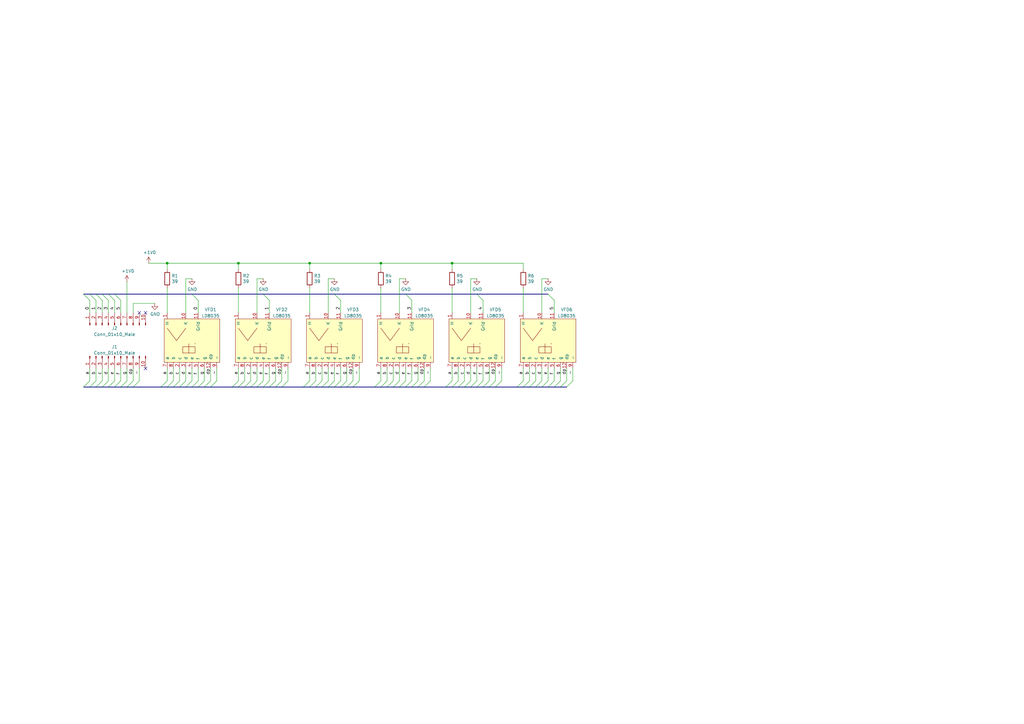
<source format=kicad_sch>
(kicad_sch
	(version 20231120)
	(generator "eeschema")
	(generator_version "8.0")
	(uuid "f7de3b5a-e74a-4920-8c78-78ae5434bbc9")
	(paper "A3")
	(lib_symbols
		(symbol "Connector:Conn_01x10_Male"
			(pin_names
				(offset 1.016) hide)
			(exclude_from_sim no)
			(in_bom yes)
			(on_board yes)
			(property "Reference" "J"
				(at 0 12.7 0)
				(effects
					(font
						(size 1.27 1.27)
					)
				)
			)
			(property "Value" "Connector_Conn_01x10_Male"
				(at 0 -15.24 0)
				(effects
					(font
						(size 1.27 1.27)
					)
				)
			)
			(property "Footprint" ""
				(at 0 0 0)
				(effects
					(font
						(size 1.27 1.27)
					)
					(hide yes)
				)
			)
			(property "Datasheet" ""
				(at 0 0 0)
				(effects
					(font
						(size 1.27 1.27)
					)
					(hide yes)
				)
			)
			(property "Description" ""
				(at 0 0 0)
				(effects
					(font
						(size 1.27 1.27)
					)
					(hide yes)
				)
			)
			(property "ki_fp_filters" "Connector*:*_1x??_*"
				(at 0 0 0)
				(effects
					(font
						(size 1.27 1.27)
					)
					(hide yes)
				)
			)
			(symbol "Conn_01x10_Male_1_1"
				(polyline
					(pts
						(xy 1.27 -12.7) (xy 0.8636 -12.7)
					)
					(stroke
						(width 0.1524)
						(type solid)
					)
					(fill
						(type none)
					)
				)
				(polyline
					(pts
						(xy 1.27 -10.16) (xy 0.8636 -10.16)
					)
					(stroke
						(width 0.1524)
						(type solid)
					)
					(fill
						(type none)
					)
				)
				(polyline
					(pts
						(xy 1.27 -7.62) (xy 0.8636 -7.62)
					)
					(stroke
						(width 0.1524)
						(type solid)
					)
					(fill
						(type none)
					)
				)
				(polyline
					(pts
						(xy 1.27 -5.08) (xy 0.8636 -5.08)
					)
					(stroke
						(width 0.1524)
						(type solid)
					)
					(fill
						(type none)
					)
				)
				(polyline
					(pts
						(xy 1.27 -2.54) (xy 0.8636 -2.54)
					)
					(stroke
						(width 0.1524)
						(type solid)
					)
					(fill
						(type none)
					)
				)
				(polyline
					(pts
						(xy 1.27 0) (xy 0.8636 0)
					)
					(stroke
						(width 0.1524)
						(type solid)
					)
					(fill
						(type none)
					)
				)
				(polyline
					(pts
						(xy 1.27 2.54) (xy 0.8636 2.54)
					)
					(stroke
						(width 0.1524)
						(type solid)
					)
					(fill
						(type none)
					)
				)
				(polyline
					(pts
						(xy 1.27 5.08) (xy 0.8636 5.08)
					)
					(stroke
						(width 0.1524)
						(type solid)
					)
					(fill
						(type none)
					)
				)
				(polyline
					(pts
						(xy 1.27 7.62) (xy 0.8636 7.62)
					)
					(stroke
						(width 0.1524)
						(type solid)
					)
					(fill
						(type none)
					)
				)
				(polyline
					(pts
						(xy 1.27 10.16) (xy 0.8636 10.16)
					)
					(stroke
						(width 0.1524)
						(type solid)
					)
					(fill
						(type none)
					)
				)
				(rectangle
					(start 0.8636 -12.573)
					(end 0 -12.827)
					(stroke
						(width 0.1524)
						(type solid)
					)
					(fill
						(type outline)
					)
				)
				(rectangle
					(start 0.8636 -10.033)
					(end 0 -10.287)
					(stroke
						(width 0.1524)
						(type solid)
					)
					(fill
						(type outline)
					)
				)
				(rectangle
					(start 0.8636 -7.493)
					(end 0 -7.747)
					(stroke
						(width 0.1524)
						(type solid)
					)
					(fill
						(type outline)
					)
				)
				(rectangle
					(start 0.8636 -4.953)
					(end 0 -5.207)
					(stroke
						(width 0.1524)
						(type solid)
					)
					(fill
						(type outline)
					)
				)
				(rectangle
					(start 0.8636 -2.413)
					(end 0 -2.667)
					(stroke
						(width 0.1524)
						(type solid)
					)
					(fill
						(type outline)
					)
				)
				(rectangle
					(start 0.8636 0.127)
					(end 0 -0.127)
					(stroke
						(width 0.1524)
						(type solid)
					)
					(fill
						(type outline)
					)
				)
				(rectangle
					(start 0.8636 2.667)
					(end 0 2.413)
					(stroke
						(width 0.1524)
						(type solid)
					)
					(fill
						(type outline)
					)
				)
				(rectangle
					(start 0.8636 5.207)
					(end 0 4.953)
					(stroke
						(width 0.1524)
						(type solid)
					)
					(fill
						(type outline)
					)
				)
				(rectangle
					(start 0.8636 7.747)
					(end 0 7.493)
					(stroke
						(width 0.1524)
						(type solid)
					)
					(fill
						(type outline)
					)
				)
				(rectangle
					(start 0.8636 10.287)
					(end 0 10.033)
					(stroke
						(width 0.1524)
						(type solid)
					)
					(fill
						(type outline)
					)
				)
				(pin passive line
					(at 5.08 10.16 180)
					(length 3.81)
					(name "Pin_1"
						(effects
							(font
								(size 1.27 1.27)
							)
						)
					)
					(number "1"
						(effects
							(font
								(size 1.27 1.27)
							)
						)
					)
				)
				(pin passive line
					(at 5.08 -12.7 180)
					(length 3.81)
					(name "Pin_10"
						(effects
							(font
								(size 1.27 1.27)
							)
						)
					)
					(number "10"
						(effects
							(font
								(size 1.27 1.27)
							)
						)
					)
				)
				(pin passive line
					(at 5.08 7.62 180)
					(length 3.81)
					(name "Pin_2"
						(effects
							(font
								(size 1.27 1.27)
							)
						)
					)
					(number "2"
						(effects
							(font
								(size 1.27 1.27)
							)
						)
					)
				)
				(pin passive line
					(at 5.08 5.08 180)
					(length 3.81)
					(name "Pin_3"
						(effects
							(font
								(size 1.27 1.27)
							)
						)
					)
					(number "3"
						(effects
							(font
								(size 1.27 1.27)
							)
						)
					)
				)
				(pin passive line
					(at 5.08 2.54 180)
					(length 3.81)
					(name "Pin_4"
						(effects
							(font
								(size 1.27 1.27)
							)
						)
					)
					(number "4"
						(effects
							(font
								(size 1.27 1.27)
							)
						)
					)
				)
				(pin passive line
					(at 5.08 0 180)
					(length 3.81)
					(name "Pin_5"
						(effects
							(font
								(size 1.27 1.27)
							)
						)
					)
					(number "5"
						(effects
							(font
								(size 1.27 1.27)
							)
						)
					)
				)
				(pin passive line
					(at 5.08 -2.54 180)
					(length 3.81)
					(name "Pin_6"
						(effects
							(font
								(size 1.27 1.27)
							)
						)
					)
					(number "6"
						(effects
							(font
								(size 1.27 1.27)
							)
						)
					)
				)
				(pin passive line
					(at 5.08 -5.08 180)
					(length 3.81)
					(name "Pin_7"
						(effects
							(font
								(size 1.27 1.27)
							)
						)
					)
					(number "7"
						(effects
							(font
								(size 1.27 1.27)
							)
						)
					)
				)
				(pin passive line
					(at 5.08 -7.62 180)
					(length 3.81)
					(name "Pin_8"
						(effects
							(font
								(size 1.27 1.27)
							)
						)
					)
					(number "8"
						(effects
							(font
								(size 1.27 1.27)
							)
						)
					)
				)
				(pin passive line
					(at 5.08 -10.16 180)
					(length 3.81)
					(name "Pin_9"
						(effects
							(font
								(size 1.27 1.27)
							)
						)
					)
					(number "9"
						(effects
							(font
								(size 1.27 1.27)
							)
						)
					)
				)
			)
		)
		(symbol "Device:R"
			(pin_numbers hide)
			(pin_names
				(offset 0)
			)
			(exclude_from_sim no)
			(in_bom yes)
			(on_board yes)
			(property "Reference" "R"
				(at 2.032 0 90)
				(effects
					(font
						(size 1.27 1.27)
					)
				)
			)
			(property "Value" "R"
				(at 0 0 90)
				(effects
					(font
						(size 1.27 1.27)
					)
				)
			)
			(property "Footprint" ""
				(at -1.778 0 90)
				(effects
					(font
						(size 1.27 1.27)
					)
					(hide yes)
				)
			)
			(property "Datasheet" "~"
				(at 0 0 0)
				(effects
					(font
						(size 1.27 1.27)
					)
					(hide yes)
				)
			)
			(property "Description" "Resistor"
				(at 0 0 0)
				(effects
					(font
						(size 1.27 1.27)
					)
					(hide yes)
				)
			)
			(property "ki_keywords" "R res resistor"
				(at 0 0 0)
				(effects
					(font
						(size 1.27 1.27)
					)
					(hide yes)
				)
			)
			(property "ki_fp_filters" "R_*"
				(at 0 0 0)
				(effects
					(font
						(size 1.27 1.27)
					)
					(hide yes)
				)
			)
			(symbol "R_0_1"
				(rectangle
					(start -1.016 -2.54)
					(end 1.016 2.54)
					(stroke
						(width 0.254)
						(type default)
					)
					(fill
						(type none)
					)
				)
			)
			(symbol "R_1_1"
				(pin passive line
					(at 0 3.81 270)
					(length 1.27)
					(name "~"
						(effects
							(font
								(size 1.27 1.27)
							)
						)
					)
					(number "1"
						(effects
							(font
								(size 1.27 1.27)
							)
						)
					)
				)
				(pin passive line
					(at 0 -3.81 90)
					(length 1.27)
					(name "~"
						(effects
							(font
								(size 1.27 1.27)
							)
						)
					)
					(number "2"
						(effects
							(font
								(size 1.27 1.27)
							)
						)
					)
				)
			)
		)
		(symbol "My_lib:LD8035"
			(pin_names
				(offset 1.016)
			)
			(exclude_from_sim no)
			(in_bom yes)
			(on_board yes)
			(property "Reference" "VFD"
				(at 0 0 0)
				(effects
					(font
						(size 1.27 1.27)
					)
				)
			)
			(property "Value" "My_lib_LD8035"
				(at 0 0 0)
				(effects
					(font
						(size 1.27 1.27)
					)
				)
			)
			(property "Footprint" ""
				(at 0 0 0)
				(effects
					(font
						(size 1.27 1.27)
					)
					(hide yes)
				)
			)
			(property "Datasheet" ""
				(at 0 0 0)
				(effects
					(font
						(size 1.27 1.27)
					)
					(hide yes)
				)
			)
			(property "Description" ""
				(at 0 0 0)
				(effects
					(font
						(size 1.27 1.27)
					)
					(hide yes)
				)
			)
			(symbol "LD8035_0_1"
				(rectangle
					(start 0 -3.81)
					(end 17.78 -26.67)
					(stroke
						(width 0)
						(type solid)
					)
					(fill
						(type background)
					)
				)
				(polyline
					(pts
						(xy 7.62 -16.51) (xy 7.62 -16.51)
					)
					(stroke
						(width 0)
						(type solid)
					)
					(fill
						(type none)
					)
				)
				(polyline
					(pts
						(xy 13.97 -5.08) (xy 8.89 -8.89) (xy 13.97 -12.7)
					)
					(stroke
						(width 0)
						(type solid)
					)
					(fill
						(type none)
					)
				)
				(polyline
					(pts
						(xy 3.81 -11.43) (xy 6.35 -11.43) (xy 6.35 -16.51) (xy 3.81 -16.51) (xy 3.81 -11.43) (xy 3.81 -13.97)
						(xy 7.62 -13.97)
					)
					(stroke
						(width 0)
						(type solid)
					)
					(fill
						(type none)
					)
				)
				(circle
					(center 7.62 -16.51)
					(radius 0.0001)
					(stroke
						(width 0)
						(type solid)
					)
					(fill
						(type none)
					)
				)
			)
			(symbol "LD8035_1_1"
				(pin input line
					(at 20.32 -5.08 180)
					(length 2.54)
					(name "H"
						(effects
							(font
								(size 1.27 1.27)
							)
						)
					)
					(number "1"
						(effects
							(font
								(size 1.27 1.27)
							)
						)
					)
				)
				(pin input line
					(at 20.32 -12.7 180)
					(length 2.54)
					(name "K"
						(effects
							(font
								(size 1.27 1.27)
							)
						)
					)
					(number "10"
						(effects
							(font
								(size 1.27 1.27)
							)
						)
					)
				)
				(pin input line
					(at 20.32 -17.78 180)
					(length 2.54)
					(name "Grid"
						(effects
							(font
								(size 1.27 1.27)
							)
						)
					)
					(number "11"
						(effects
							(font
								(size 1.27 1.27)
							)
						)
					)
				)
				(pin input line
					(at -2.54 -22.86 0)
					(length 2.54)
					(name "dp"
						(effects
							(font
								(size 1.27 1.27)
							)
						)
					)
					(number "12"
						(effects
							(font
								(size 1.27 1.27)
							)
						)
					)
				)
				(pin input line
					(at -2.54 -10.16 0)
					(length 2.54)
					(name "c"
						(effects
							(font
								(size 1.27 1.27)
							)
						)
					)
					(number "2"
						(effects
							(font
								(size 1.27 1.27)
							)
						)
					)
				)
				(pin input line
					(at -2.54 -12.7 0)
					(length 2.54)
					(name "d"
						(effects
							(font
								(size 1.27 1.27)
							)
						)
					)
					(number "3"
						(effects
							(font
								(size 1.27 1.27)
							)
						)
					)
				)
				(pin input line
					(at -2.54 -15.24 0)
					(length 2.54)
					(name "e"
						(effects
							(font
								(size 1.27 1.27)
							)
						)
					)
					(number "4"
						(effects
							(font
								(size 1.27 1.27)
							)
						)
					)
				)
				(pin input line
					(at -2.54 -17.78 0)
					(length 2.54)
					(name "f"
						(effects
							(font
								(size 1.27 1.27)
							)
						)
					)
					(number "5"
						(effects
							(font
								(size 1.27 1.27)
							)
						)
					)
				)
				(pin input line
					(at -2.54 -20.32 0)
					(length 2.54)
					(name "g"
						(effects
							(font
								(size 1.27 1.27)
							)
						)
					)
					(number "6"
						(effects
							(font
								(size 1.27 1.27)
							)
						)
					)
				)
				(pin input line
					(at -2.54 -5.08 0)
					(length 2.54)
					(name "a"
						(effects
							(font
								(size 1.27 1.27)
							)
						)
					)
					(number "7"
						(effects
							(font
								(size 1.27 1.27)
							)
						)
					)
				)
				(pin input line
					(at -2.54 -7.62 0)
					(length 2.54)
					(name "b"
						(effects
							(font
								(size 1.27 1.27)
							)
						)
					)
					(number "8"
						(effects
							(font
								(size 1.27 1.27)
							)
						)
					)
				)
				(pin input line
					(at -2.54 -25.4 0)
					(length 2.54)
					(name "-"
						(effects
							(font
								(size 1.27 1.27)
							)
						)
					)
					(number "9"
						(effects
							(font
								(size 1.27 1.27)
							)
						)
					)
				)
			)
		)
		(symbol "power:+1V0"
			(power)
			(pin_numbers hide)
			(pin_names
				(offset 0) hide)
			(exclude_from_sim no)
			(in_bom yes)
			(on_board yes)
			(property "Reference" "#PWR"
				(at 0 -3.81 0)
				(effects
					(font
						(size 1.27 1.27)
					)
					(hide yes)
				)
			)
			(property "Value" "+1V0"
				(at 0 3.556 0)
				(effects
					(font
						(size 1.27 1.27)
					)
				)
			)
			(property "Footprint" ""
				(at 0 0 0)
				(effects
					(font
						(size 1.27 1.27)
					)
					(hide yes)
				)
			)
			(property "Datasheet" ""
				(at 0 0 0)
				(effects
					(font
						(size 1.27 1.27)
					)
					(hide yes)
				)
			)
			(property "Description" "Power symbol creates a global label with name \"+1V0\""
				(at 0 0 0)
				(effects
					(font
						(size 1.27 1.27)
					)
					(hide yes)
				)
			)
			(property "ki_keywords" "global power"
				(at 0 0 0)
				(effects
					(font
						(size 1.27 1.27)
					)
					(hide yes)
				)
			)
			(symbol "+1V0_0_1"
				(polyline
					(pts
						(xy -0.762 1.27) (xy 0 2.54)
					)
					(stroke
						(width 0)
						(type default)
					)
					(fill
						(type none)
					)
				)
				(polyline
					(pts
						(xy 0 0) (xy 0 2.54)
					)
					(stroke
						(width 0)
						(type default)
					)
					(fill
						(type none)
					)
				)
				(polyline
					(pts
						(xy 0 2.54) (xy 0.762 1.27)
					)
					(stroke
						(width 0)
						(type default)
					)
					(fill
						(type none)
					)
				)
			)
			(symbol "+1V0_1_1"
				(pin power_in line
					(at 0 0 90)
					(length 0)
					(name "~"
						(effects
							(font
								(size 1.27 1.27)
							)
						)
					)
					(number "1"
						(effects
							(font
								(size 1.27 1.27)
							)
						)
					)
				)
			)
		)
		(symbol "power:GND"
			(power)
			(pin_numbers hide)
			(pin_names
				(offset 0) hide)
			(exclude_from_sim no)
			(in_bom yes)
			(on_board yes)
			(property "Reference" "#PWR"
				(at 0 -6.35 0)
				(effects
					(font
						(size 1.27 1.27)
					)
					(hide yes)
				)
			)
			(property "Value" "GND"
				(at 0 -3.81 0)
				(effects
					(font
						(size 1.27 1.27)
					)
				)
			)
			(property "Footprint" ""
				(at 0 0 0)
				(effects
					(font
						(size 1.27 1.27)
					)
					(hide yes)
				)
			)
			(property "Datasheet" ""
				(at 0 0 0)
				(effects
					(font
						(size 1.27 1.27)
					)
					(hide yes)
				)
			)
			(property "Description" "Power symbol creates a global label with name \"GND\" , ground"
				(at 0 0 0)
				(effects
					(font
						(size 1.27 1.27)
					)
					(hide yes)
				)
			)
			(property "ki_keywords" "global power"
				(at 0 0 0)
				(effects
					(font
						(size 1.27 1.27)
					)
					(hide yes)
				)
			)
			(symbol "GND_0_1"
				(polyline
					(pts
						(xy 0 0) (xy 0 -1.27) (xy 1.27 -1.27) (xy 0 -2.54) (xy -1.27 -1.27) (xy 0 -1.27)
					)
					(stroke
						(width 0)
						(type default)
					)
					(fill
						(type none)
					)
				)
			)
			(symbol "GND_1_1"
				(pin power_in line
					(at 0 0 270)
					(length 0)
					(name "~"
						(effects
							(font
								(size 1.27 1.27)
							)
						)
					)
					(number "1"
						(effects
							(font
								(size 1.27 1.27)
							)
						)
					)
				)
			)
		)
	)
	(junction
		(at 127 107.95)
		(diameter 0)
		(color 0 0 0 0)
		(uuid "7e754bde-951f-41a3-88d5-26f4858a9f42")
	)
	(junction
		(at 68.58 107.95)
		(diameter 0)
		(color 0 0 0 0)
		(uuid "9ad79b36-b8ba-455b-acb4-04b30aa4c453")
	)
	(junction
		(at 156.21 107.95)
		(diameter 0)
		(color 0 0 0 0)
		(uuid "a59c9a68-1121-4df6-a6d4-8822ef13de0c")
	)
	(junction
		(at 97.79 107.95)
		(diameter 0)
		(color 0 0 0 0)
		(uuid "d367e7e8-51ba-4f79-b58b-0616f6de2685")
	)
	(junction
		(at 185.42 107.95)
		(diameter 0)
		(color 0 0 0 0)
		(uuid "e20e64c5-3782-4832-b8b4-feed40f0de35")
	)
	(no_connect
		(at 59.69 128.27)
		(uuid "5c62358e-b6dd-4190-a39f-28653c4ce17c")
	)
	(no_connect
		(at 59.69 151.13)
		(uuid "7fd472cb-bb86-4a91-84ce-a5d05dabc08b")
	)
	(no_connect
		(at 57.15 128.27)
		(uuid "ba5ead66-cf0e-4f34-940e-5cc0a5584746")
	)
	(bus_entry
		(at 78.74 158.75)
		(size 2.54 -2.54)
		(stroke
			(width 0)
			(type default)
		)
		(uuid "0367718a-661f-47d6-b3a1-010f26b3b931")
	)
	(bus_entry
		(at 39.37 120.65)
		(size 2.54 2.54)
		(stroke
			(width 0)
			(type default)
		)
		(uuid "06e46059-d476-4761-bb32-5d0755777d70")
	)
	(bus_entry
		(at 73.66 158.75)
		(size 2.54 -2.54)
		(stroke
			(width 0)
			(type default)
		)
		(uuid "07d3d19e-fe5d-49be-b089-32d8ff61091e")
	)
	(bus_entry
		(at 232.41 158.75)
		(size 2.54 -2.54)
		(stroke
			(width 0)
			(type default)
		)
		(uuid "08f25eb4-048a-40ef-9a97-06df455bca0c")
	)
	(bus_entry
		(at 168.91 158.75)
		(size 2.54 -2.54)
		(stroke
			(width 0)
			(type default)
		)
		(uuid "0c7fe5d0-f581-43df-be44-1779a6976f2b")
	)
	(bus_entry
		(at 54.61 158.75)
		(size 2.54 -2.54)
		(stroke
			(width 0)
			(type default)
		)
		(uuid "12567d52-8ed0-4df5-b0b9-ceda29e54727")
	)
	(bus_entry
		(at 110.49 158.75)
		(size 2.54 -2.54)
		(stroke
			(width 0)
			(type default)
		)
		(uuid "155f246d-b2c6-401c-8c3d-d4ebb2a60811")
	)
	(bus_entry
		(at 229.87 158.75)
		(size 2.54 -2.54)
		(stroke
			(width 0)
			(type default)
		)
		(uuid "17275470-2f24-4cd6-a7a0-d0ba1c4160a2")
	)
	(bus_entry
		(at 39.37 158.75)
		(size 2.54 -2.54)
		(stroke
			(width 0)
			(type default)
		)
		(uuid "176f1555-82ea-4ff4-8ddf-e7f43d0a6f6a")
	)
	(bus_entry
		(at 193.04 158.75)
		(size 2.54 -2.54)
		(stroke
			(width 0)
			(type default)
		)
		(uuid "18424453-0efd-412c-8ec5-e6e0d7b8feb1")
	)
	(bus_entry
		(at 171.45 158.75)
		(size 2.54 -2.54)
		(stroke
			(width 0)
			(type default)
		)
		(uuid "190fd048-08aa-438a-8d2a-f9b10af07bd1")
	)
	(bus_entry
		(at 153.67 158.75)
		(size 2.54 -2.54)
		(stroke
			(width 0)
			(type default)
		)
		(uuid "19cd45bb-b213-49cc-9aa1-ef67a1a60f4e")
	)
	(bus_entry
		(at 195.58 120.65)
		(size 2.54 2.54)
		(stroke
			(width 0)
			(type default)
		)
		(uuid "1b1dd113-1bfc-4472-a326-20cd89d0f957")
	)
	(bus_entry
		(at 71.12 158.75)
		(size 2.54 -2.54)
		(stroke
			(width 0)
			(type default)
		)
		(uuid "1d4053b0-1450-48dc-a95c-f370cc07e526")
	)
	(bus_entry
		(at 139.7 158.75)
		(size 2.54 -2.54)
		(stroke
			(width 0)
			(type default)
		)
		(uuid "1d78e20e-ea5b-4cd8-90ce-222756d5d610")
	)
	(bus_entry
		(at 224.79 158.75)
		(size 2.54 -2.54)
		(stroke
			(width 0)
			(type default)
		)
		(uuid "26fb9192-1303-4390-a67c-5686660f733b")
	)
	(bus_entry
		(at 34.29 158.75)
		(size 2.54 -2.54)
		(stroke
			(width 0)
			(type default)
		)
		(uuid "2864d12a-6d91-402f-9b6f-deffcf9e17da")
	)
	(bus_entry
		(at 97.79 158.75)
		(size 2.54 -2.54)
		(stroke
			(width 0)
			(type default)
		)
		(uuid "29ab88f8-9355-4445-a691-2a682c940f0c")
	)
	(bus_entry
		(at 107.95 158.75)
		(size 2.54 -2.54)
		(stroke
			(width 0)
			(type default)
		)
		(uuid "2ab1dda3-4bef-4132-8cc4-dd0285db4db7")
	)
	(bus_entry
		(at 34.29 120.65)
		(size 2.54 2.54)
		(stroke
			(width 0)
			(type default)
		)
		(uuid "2ec63cf3-518a-40f4-bf10-59c19ac44199")
	)
	(bus_entry
		(at 132.08 158.75)
		(size 2.54 -2.54)
		(stroke
			(width 0)
			(type default)
		)
		(uuid "303a905a-d97b-43f6-88ce-008445295fa2")
	)
	(bus_entry
		(at 95.25 158.75)
		(size 2.54 -2.54)
		(stroke
			(width 0)
			(type default)
		)
		(uuid "3215010c-660e-49aa-bc09-5f4439c2b05c")
	)
	(bus_entry
		(at 46.99 158.75)
		(size 2.54 -2.54)
		(stroke
			(width 0)
			(type default)
		)
		(uuid "3294e68d-de88-4fea-ac24-0985d3c08c95")
	)
	(bus_entry
		(at 66.04 158.75)
		(size 2.54 -2.54)
		(stroke
			(width 0)
			(type default)
		)
		(uuid "386e9749-8ca0-449e-af37-0c5a0a59c162")
	)
	(bus_entry
		(at 137.16 158.75)
		(size 2.54 -2.54)
		(stroke
			(width 0)
			(type default)
		)
		(uuid "3cb603d0-a79d-4728-96c1-002acdc2bc20")
	)
	(bus_entry
		(at 134.62 158.75)
		(size 2.54 -2.54)
		(stroke
			(width 0)
			(type default)
		)
		(uuid "425fb0d2-4421-4c3e-a215-7bb251957474")
	)
	(bus_entry
		(at 76.2 158.75)
		(size 2.54 -2.54)
		(stroke
			(width 0)
			(type default)
		)
		(uuid "465dcebe-fefc-45cc-9da7-fa8fe71b275f")
	)
	(bus_entry
		(at 198.12 158.75)
		(size 2.54 -2.54)
		(stroke
			(width 0)
			(type default)
		)
		(uuid "47f925e6-0d6a-4c7c-b264-0623dddbde21")
	)
	(bus_entry
		(at 36.83 158.75)
		(size 2.54 -2.54)
		(stroke
			(width 0)
			(type default)
		)
		(uuid "4b32549d-2ac2-4d50-9cd6-b7002a328896")
	)
	(bus_entry
		(at 161.29 158.75)
		(size 2.54 -2.54)
		(stroke
			(width 0)
			(type default)
		)
		(uuid "4e04d6dc-892b-4508-a36b-37a3034afd04")
	)
	(bus_entry
		(at 41.91 158.75)
		(size 2.54 -2.54)
		(stroke
			(width 0)
			(type default)
		)
		(uuid "4efb01a3-2b66-4928-a57a-f7a77eac59d6")
	)
	(bus_entry
		(at 100.33 158.75)
		(size 2.54 -2.54)
		(stroke
			(width 0)
			(type default)
		)
		(uuid "5141d995-fa4d-48cb-8e97-13d59bebee8f")
	)
	(bus_entry
		(at 166.37 120.65)
		(size 2.54 2.54)
		(stroke
			(width 0)
			(type default)
		)
		(uuid "53285e3e-a314-4764-b077-ca2590a30c9c")
	)
	(bus_entry
		(at 163.83 158.75)
		(size 2.54 -2.54)
		(stroke
			(width 0)
			(type default)
		)
		(uuid "57575595-e7ff-4d84-afc2-5f802f300494")
	)
	(bus_entry
		(at 78.74 120.65)
		(size 2.54 2.54)
		(stroke
			(width 0)
			(type default)
		)
		(uuid "59a120c7-8f33-4fc3-a5b0-960e48cbcd86")
	)
	(bus_entry
		(at 129.54 158.75)
		(size 2.54 -2.54)
		(stroke
			(width 0)
			(type default)
		)
		(uuid "5a09fcdc-7a4a-45dd-a143-cb069420f3a0")
	)
	(bus_entry
		(at 166.37 158.75)
		(size 2.54 -2.54)
		(stroke
			(width 0)
			(type default)
		)
		(uuid "5db63b01-f0c7-477e-9893-a1ea06261e41")
	)
	(bus_entry
		(at 219.71 158.75)
		(size 2.54 -2.54)
		(stroke
			(width 0)
			(type default)
		)
		(uuid "68cb3161-440c-4940-ae58-f8c066c4417f")
	)
	(bus_entry
		(at 182.88 158.75)
		(size 2.54 -2.54)
		(stroke
			(width 0)
			(type default)
		)
		(uuid "6c4eb4c1-e0b7-48f0-8a37-0207493745d6")
	)
	(bus_entry
		(at 144.78 158.75)
		(size 2.54 -2.54)
		(stroke
			(width 0)
			(type default)
		)
		(uuid "73518982-4c97-4322-a00b-55c73700f223")
	)
	(bus_entry
		(at 102.87 158.75)
		(size 2.54 -2.54)
		(stroke
			(width 0)
			(type default)
		)
		(uuid "7b0ce235-8376-4c68-827e-64ef05bdc039")
	)
	(bus_entry
		(at 156.21 158.75)
		(size 2.54 -2.54)
		(stroke
			(width 0)
			(type default)
		)
		(uuid "81d1d84f-6d64-46cf-afcf-c91ec89395b8")
	)
	(bus_entry
		(at 68.58 158.75)
		(size 2.54 -2.54)
		(stroke
			(width 0)
			(type default)
		)
		(uuid "8590a54a-c504-415e-8ff5-9a630b84000f")
	)
	(bus_entry
		(at 200.66 158.75)
		(size 2.54 -2.54)
		(stroke
			(width 0)
			(type default)
		)
		(uuid "883882dc-8100-47ea-a595-bf08efa897ca")
	)
	(bus_entry
		(at 41.91 120.65)
		(size 2.54 2.54)
		(stroke
			(width 0)
			(type default)
		)
		(uuid "89b78e16-3ae7-4ea3-854c-80e7d99761fa")
	)
	(bus_entry
		(at 195.58 158.75)
		(size 2.54 -2.54)
		(stroke
			(width 0)
			(type default)
		)
		(uuid "89cb6926-323b-4d85-af0f-e8ff213b7268")
	)
	(bus_entry
		(at 113.03 158.75)
		(size 2.54 -2.54)
		(stroke
			(width 0)
			(type default)
		)
		(uuid "988d3f14-8345-4217-8f23-6c1b4453612c")
	)
	(bus_entry
		(at 115.57 158.75)
		(size 2.54 -2.54)
		(stroke
			(width 0)
			(type default)
		)
		(uuid "9a5bce47-d0f2-4840-a371-e1aead0cd3b5")
	)
	(bus_entry
		(at 86.36 158.75)
		(size 2.54 -2.54)
		(stroke
			(width 0)
			(type default)
		)
		(uuid "a1cabe74-af47-47f5-9e95-d13d5fb32a1b")
	)
	(bus_entry
		(at 190.5 158.75)
		(size 2.54 -2.54)
		(stroke
			(width 0)
			(type default)
		)
		(uuid "a2dfffad-72ce-48e3-922c-b4df7e744ac2")
	)
	(bus_entry
		(at 127 158.75)
		(size 2.54 -2.54)
		(stroke
			(width 0)
			(type default)
		)
		(uuid "a41044ec-1e35-4b33-8476-3281658a7cd3")
	)
	(bus_entry
		(at 46.99 120.65)
		(size 2.54 2.54)
		(stroke
			(width 0)
			(type default)
		)
		(uuid "a5b7d171-3d06-4621-9431-fb9b0e8ae844")
	)
	(bus_entry
		(at 212.09 158.75)
		(size 2.54 -2.54)
		(stroke
			(width 0)
			(type default)
		)
		(uuid "ab436dd3-97a3-4e9e-88a1-b1942c5c7ce4")
	)
	(bus_entry
		(at 142.24 158.75)
		(size 2.54 -2.54)
		(stroke
			(width 0)
			(type default)
		)
		(uuid "ae67133a-9c9b-4573-b720-39a86861bc78")
	)
	(bus_entry
		(at 217.17 158.75)
		(size 2.54 -2.54)
		(stroke
			(width 0)
			(type default)
		)
		(uuid "ae8d80fc-190c-40eb-8045-9d3f825212e7")
	)
	(bus_entry
		(at 222.25 158.75)
		(size 2.54 -2.54)
		(stroke
			(width 0)
			(type default)
		)
		(uuid "bf81c14d-11a5-4d19-835c-09f97b3901e3")
	)
	(bus_entry
		(at 44.45 158.75)
		(size 2.54 -2.54)
		(stroke
			(width 0)
			(type default)
		)
		(uuid "bf841f19-2697-4f7d-9d6b-e1a72176c8d1")
	)
	(bus_entry
		(at 105.41 158.75)
		(size 2.54 -2.54)
		(stroke
			(width 0)
			(type default)
		)
		(uuid "c7756ac0-9af1-4733-9e76-23b421b94589")
	)
	(bus_entry
		(at 49.53 158.75)
		(size 2.54 -2.54)
		(stroke
			(width 0)
			(type default)
		)
		(uuid "cc155956-550a-49ee-8663-8839d17ba179")
	)
	(bus_entry
		(at 36.83 120.65)
		(size 2.54 2.54)
		(stroke
			(width 0)
			(type default)
		)
		(uuid "cdc36937-f7ac-4896-920a-293f50bbc0ac")
	)
	(bus_entry
		(at 107.95 120.65)
		(size 2.54 2.54)
		(stroke
			(width 0)
			(type default)
		)
		(uuid "ce8b23b3-ba1f-46c0-a3c2-fdee75435354")
	)
	(bus_entry
		(at 214.63 158.75)
		(size 2.54 -2.54)
		(stroke
			(width 0)
			(type default)
		)
		(uuid "d8d08883-d7c3-41ee-a711-7061362137e4")
	)
	(bus_entry
		(at 44.45 120.65)
		(size 2.54 2.54)
		(stroke
			(width 0)
			(type default)
		)
		(uuid "d98acb83-c220-4626-af89-3e68816fcb52")
	)
	(bus_entry
		(at 227.33 158.75)
		(size 2.54 -2.54)
		(stroke
			(width 0)
			(type default)
		)
		(uuid "da124be6-9f60-4b94-9f11-afdf731751d6")
	)
	(bus_entry
		(at 137.16 120.65)
		(size 2.54 2.54)
		(stroke
			(width 0)
			(type default)
		)
		(uuid "da17dad4-1664-4fae-bc3c-6a586bac7cbb")
	)
	(bus_entry
		(at 203.2 158.75)
		(size 2.54 -2.54)
		(stroke
			(width 0)
			(type default)
		)
		(uuid "da231f52-54d7-4234-a341-64c3cc32e675")
	)
	(bus_entry
		(at 124.46 158.75)
		(size 2.54 -2.54)
		(stroke
			(width 0)
			(type default)
		)
		(uuid "db0d6511-4c1d-4c5a-8b45-e16eb5d4475c")
	)
	(bus_entry
		(at 158.75 158.75)
		(size 2.54 -2.54)
		(stroke
			(width 0)
			(type default)
		)
		(uuid "e1037078-0559-4d3b-a045-dad26856ad3d")
	)
	(bus_entry
		(at 185.42 158.75)
		(size 2.54 -2.54)
		(stroke
			(width 0)
			(type default)
		)
		(uuid "e5d7c989-fb8e-411f-8898-e38afe351cb5")
	)
	(bus_entry
		(at 83.82 158.75)
		(size 2.54 -2.54)
		(stroke
			(width 0)
			(type default)
		)
		(uuid "ead8996a-286e-4851-8af6-a1b43c0f4d91")
	)
	(bus_entry
		(at 52.07 158.75)
		(size 2.54 -2.54)
		(stroke
			(width 0)
			(type default)
		)
		(uuid "ebd6001d-8c54-4b24-855a-49e5e1d81543")
	)
	(bus_entry
		(at 224.79 120.65)
		(size 2.54 2.54)
		(stroke
			(width 0)
			(type default)
		)
		(uuid "f1b4b776-f89f-40ba-b39e-29e3c4ddf033")
	)
	(bus_entry
		(at 81.28 158.75)
		(size 2.54 -2.54)
		(stroke
			(width 0)
			(type default)
		)
		(uuid "f632ff0f-cd44-4deb-860b-d39ef8a62356")
	)
	(bus_entry
		(at 187.96 158.75)
		(size 2.54 -2.54)
		(stroke
			(width 0)
			(type default)
		)
		(uuid "f9c5ac0d-4ef9-4fc2-9f0e-79ee6d95106e")
	)
	(bus_entry
		(at 173.99 158.75)
		(size 2.54 -2.54)
		(stroke
			(width 0)
			(type default)
		)
		(uuid "fd727c36-9c40-4977-86c3-aa1a00d0cabe")
	)
	(wire
		(pts
			(xy 71.12 151.13) (xy 71.12 156.21)
		)
		(stroke
			(width 0)
			(type default)
		)
		(uuid "00044556-3c00-42c8-9385-96a7aa62865b")
	)
	(wire
		(pts
			(xy 227.33 151.13) (xy 227.33 156.21)
		)
		(stroke
			(width 0)
			(type default)
		)
		(uuid "004fb1c7-794a-404d-8f86-1a777df915b3")
	)
	(wire
		(pts
			(xy 214.63 128.27) (xy 214.63 118.11)
		)
		(stroke
			(width 0)
			(type default)
		)
		(uuid "00990912-c3c5-4db0-871c-3ddd29ea5424")
	)
	(wire
		(pts
			(xy 185.42 107.95) (xy 214.63 107.95)
		)
		(stroke
			(width 0)
			(type default)
		)
		(uuid "00b64745-d02f-4005-b557-8ef667ac2055")
	)
	(bus
		(pts
			(xy 36.83 120.65) (xy 39.37 120.65)
		)
		(stroke
			(width 0)
			(type default)
		)
		(uuid "03329e2d-a684-4cb8-aa7b-3a2cd11725ff")
	)
	(bus
		(pts
			(xy 137.16 120.65) (xy 166.37 120.65)
		)
		(stroke
			(width 0)
			(type default)
		)
		(uuid "03a144ec-0a0a-405d-9eb5-ffb56d6a4283")
	)
	(wire
		(pts
			(xy 176.53 151.13) (xy 176.53 156.21)
		)
		(stroke
			(width 0)
			(type default)
		)
		(uuid "0461b924-cf3a-4a72-900d-016025cc47b2")
	)
	(bus
		(pts
			(xy 129.54 158.75) (xy 132.08 158.75)
		)
		(stroke
			(width 0)
			(type default)
		)
		(uuid "04b7ef87-9e4e-4310-b36a-4a9d31db4206")
	)
	(wire
		(pts
			(xy 127 110.49) (xy 127 107.95)
		)
		(stroke
			(width 0)
			(type default)
		)
		(uuid "081455dc-c0cd-4c3d-99c5-04391a87d51e")
	)
	(wire
		(pts
			(xy 185.42 128.27) (xy 185.42 118.11)
		)
		(stroke
			(width 0)
			(type default)
		)
		(uuid "092e7d67-b05b-48c0-9ae5-59b3c07aaf1e")
	)
	(bus
		(pts
			(xy 187.96 158.75) (xy 190.5 158.75)
		)
		(stroke
			(width 0)
			(type default)
		)
		(uuid "0a39b640-e8fd-4389-baef-01fdb46c15a8")
	)
	(bus
		(pts
			(xy 34.29 158.75) (xy 36.83 158.75)
		)
		(stroke
			(width 0)
			(type default)
		)
		(uuid "0a7d2112-9961-45e0-89bd-12321c1fa525")
	)
	(bus
		(pts
			(xy 229.87 158.75) (xy 232.41 158.75)
		)
		(stroke
			(width 0)
			(type default)
		)
		(uuid "0c180cac-0f89-4fb1-af3f-f52a1d7f25f5")
	)
	(bus
		(pts
			(xy 124.46 158.75) (xy 127 158.75)
		)
		(stroke
			(width 0)
			(type default)
		)
		(uuid "0d3208b4-6f88-4eee-af28-3b993e061ea2")
	)
	(wire
		(pts
			(xy 39.37 123.19) (xy 39.37 128.27)
		)
		(stroke
			(width 0)
			(type default)
		)
		(uuid "0dc3b7cc-0bbc-448f-98ca-08eaf4d2861e")
	)
	(wire
		(pts
			(xy 46.99 123.19) (xy 46.99 128.27)
		)
		(stroke
			(width 0)
			(type default)
		)
		(uuid "0df6ff96-3b51-4107-ad38-e2e4f88a99d8")
	)
	(bus
		(pts
			(xy 44.45 158.75) (xy 46.99 158.75)
		)
		(stroke
			(width 0)
			(type default)
		)
		(uuid "0f48df4b-5f6f-4f2f-867a-ee0b3573bf07")
	)
	(wire
		(pts
			(xy 127 107.95) (xy 156.21 107.95)
		)
		(stroke
			(width 0)
			(type default)
		)
		(uuid "0f515a94-9bf4-47e5-930e-a6183f22af3a")
	)
	(bus
		(pts
			(xy 83.82 158.75) (xy 86.36 158.75)
		)
		(stroke
			(width 0)
			(type default)
		)
		(uuid "101f61e3-2ef5-49b7-9592-7344ac21e4cf")
	)
	(wire
		(pts
			(xy 68.58 107.95) (xy 97.79 107.95)
		)
		(stroke
			(width 0)
			(type default)
		)
		(uuid "1425cfc3-e99c-40fd-86f9-51c21208e405")
	)
	(bus
		(pts
			(xy 144.78 158.75) (xy 153.67 158.75)
		)
		(stroke
			(width 0)
			(type default)
		)
		(uuid "1434372a-e19f-4698-9acd-f3c1a89488fb")
	)
	(wire
		(pts
			(xy 156.21 107.95) (xy 185.42 107.95)
		)
		(stroke
			(width 0)
			(type default)
		)
		(uuid "1699b99f-1e40-4890-8b04-43382b9b1771")
	)
	(wire
		(pts
			(xy 105.41 128.27) (xy 105.41 114.3)
		)
		(stroke
			(width 0)
			(type default)
		)
		(uuid "16a228c5-29c7-4664-807c-83e802093a6f")
	)
	(wire
		(pts
			(xy 232.41 151.13) (xy 232.41 156.21)
		)
		(stroke
			(width 0)
			(type default)
		)
		(uuid "16b79019-c870-4bae-8469-e1090ce0fc16")
	)
	(bus
		(pts
			(xy 81.28 158.75) (xy 83.82 158.75)
		)
		(stroke
			(width 0)
			(type default)
		)
		(uuid "17599ab8-3e5b-454d-9b83-230dca3ce8bd")
	)
	(wire
		(pts
			(xy 44.45 123.19) (xy 44.45 128.27)
		)
		(stroke
			(width 0)
			(type default)
		)
		(uuid "17b55349-098f-4d76-a7cd-7cc6c7635095")
	)
	(wire
		(pts
			(xy 102.87 156.21) (xy 102.87 151.13)
		)
		(stroke
			(width 0)
			(type default)
		)
		(uuid "1920abb9-6f74-465f-8ceb-bd8d937908c1")
	)
	(bus
		(pts
			(xy 195.58 120.65) (xy 224.79 120.65)
		)
		(stroke
			(width 0)
			(type default)
		)
		(uuid "19aa3640-9040-4bd4-a57d-e33e2bd713ac")
	)
	(wire
		(pts
			(xy 46.99 156.21) (xy 46.99 151.13)
		)
		(stroke
			(width 0)
			(type default)
		)
		(uuid "1c17641e-6a6d-42a4-aaec-15051ec17e1c")
	)
	(wire
		(pts
			(xy 57.15 151.13) (xy 57.15 156.21)
		)
		(stroke
			(width 0)
			(type default)
		)
		(uuid "1cbe3399-c03f-4908-95cd-a9f7af45824f")
	)
	(wire
		(pts
			(xy 41.91 156.21) (xy 41.91 151.13)
		)
		(stroke
			(width 0)
			(type default)
		)
		(uuid "1d5349cf-1f62-427d-8ced-482db91ab746")
	)
	(wire
		(pts
			(xy 100.33 151.13) (xy 100.33 156.21)
		)
		(stroke
			(width 0)
			(type default)
		)
		(uuid "1eeb4f79-f665-4aeb-a728-49c6b9f64b93")
	)
	(bus
		(pts
			(xy 73.66 158.75) (xy 76.2 158.75)
		)
		(stroke
			(width 0)
			(type default)
		)
		(uuid "20013862-e54d-488b-b635-153735927086")
	)
	(bus
		(pts
			(xy 227.33 158.75) (xy 229.87 158.75)
		)
		(stroke
			(width 0)
			(type default)
		)
		(uuid "20579378-1953-463b-bb55-4689df3e09b1")
	)
	(bus
		(pts
			(xy 49.53 158.75) (xy 52.07 158.75)
		)
		(stroke
			(width 0)
			(type default)
		)
		(uuid "20f963fc-703d-48a4-980a-4318296522c4")
	)
	(bus
		(pts
			(xy 66.04 158.75) (xy 68.58 158.75)
		)
		(stroke
			(width 0)
			(type default)
		)
		(uuid "21dcf729-c68c-4d11-b035-2457f756e280")
	)
	(bus
		(pts
			(xy 166.37 120.65) (xy 195.58 120.65)
		)
		(stroke
			(width 0)
			(type default)
		)
		(uuid "22cdc86c-c306-43f3-8f11-5df1d6355814")
	)
	(bus
		(pts
			(xy 171.45 158.75) (xy 173.99 158.75)
		)
		(stroke
			(width 0)
			(type default)
		)
		(uuid "231c23ff-ad04-4009-91a9-159c79ffb7c7")
	)
	(wire
		(pts
			(xy 214.63 107.95) (xy 214.63 110.49)
		)
		(stroke
			(width 0)
			(type default)
		)
		(uuid "2576f7d2-5afa-487a-8097-f211c387244f")
	)
	(bus
		(pts
			(xy 107.95 158.75) (xy 110.49 158.75)
		)
		(stroke
			(width 0)
			(type default)
		)
		(uuid "25b4c826-704a-4cd6-996e-df4fea5f5396")
	)
	(wire
		(pts
			(xy 193.04 114.3) (xy 195.58 114.3)
		)
		(stroke
			(width 0)
			(type default)
		)
		(uuid "27fb79ac-6839-41fd-aef7-ba60bce6453b")
	)
	(wire
		(pts
			(xy 214.63 156.21) (xy 214.63 151.13)
		)
		(stroke
			(width 0)
			(type default)
		)
		(uuid "2829b7a3-f54f-4859-ba61-60ec41e9aea3")
	)
	(bus
		(pts
			(xy 153.67 158.75) (xy 156.21 158.75)
		)
		(stroke
			(width 0)
			(type default)
		)
		(uuid "2a655ec4-e8f8-4175-8098-2a369d3c731b")
	)
	(bus
		(pts
			(xy 95.25 158.75) (xy 97.79 158.75)
		)
		(stroke
			(width 0)
			(type default)
		)
		(uuid "2af01d15-60e5-4d00-99d6-73a497fbbc6c")
	)
	(bus
		(pts
			(xy 139.7 158.75) (xy 142.24 158.75)
		)
		(stroke
			(width 0)
			(type default)
		)
		(uuid "2c7d8985-c37c-43dd-b00a-c8d28d54aea9")
	)
	(wire
		(pts
			(xy 163.83 114.3) (xy 166.37 114.3)
		)
		(stroke
			(width 0)
			(type default)
		)
		(uuid "2e47441d-e19c-44e0-9520-1efa75d410fc")
	)
	(wire
		(pts
			(xy 41.91 123.19) (xy 41.91 128.27)
		)
		(stroke
			(width 0)
			(type default)
		)
		(uuid "2ea3a20b-ecc9-441b-880f-70f3a7e87e05")
	)
	(bus
		(pts
			(xy 132.08 158.75) (xy 134.62 158.75)
		)
		(stroke
			(width 0)
			(type default)
		)
		(uuid "2f4af2e1-bda8-461f-91f0-42dae51fdf14")
	)
	(wire
		(pts
			(xy 44.45 151.13) (xy 44.45 156.21)
		)
		(stroke
			(width 0)
			(type default)
		)
		(uuid "2fb0049f-975b-4996-be1d-c85267a20d53")
	)
	(wire
		(pts
			(xy 173.99 151.13) (xy 173.99 156.21)
		)
		(stroke
			(width 0)
			(type default)
		)
		(uuid "33b872e5-f159-412c-9d15-65cb1d289b26")
	)
	(wire
		(pts
			(xy 144.78 151.13) (xy 144.78 156.21)
		)
		(stroke
			(width 0)
			(type default)
		)
		(uuid "39ac705a-83cb-4033-937b-ae8a241023e3")
	)
	(wire
		(pts
			(xy 105.41 114.3) (xy 107.95 114.3)
		)
		(stroke
			(width 0)
			(type default)
		)
		(uuid "3ab5e8ba-93ed-4f4f-9c95-3c1781888f9c")
	)
	(wire
		(pts
			(xy 86.36 151.13) (xy 86.36 156.21)
		)
		(stroke
			(width 0)
			(type default)
		)
		(uuid "3b91f3f9-8aa7-47ef-bb17-01f696b3f4ed")
	)
	(wire
		(pts
			(xy 234.95 151.13) (xy 234.95 156.21)
		)
		(stroke
			(width 0)
			(type default)
		)
		(uuid "3be07db5-b045-4c08-a60d-18fdd0c08a6b")
	)
	(bus
		(pts
			(xy 195.58 158.75) (xy 198.12 158.75)
		)
		(stroke
			(width 0)
			(type default)
		)
		(uuid "3c8324f8-ef51-4dc4-9614-d2d8648b49c8")
	)
	(wire
		(pts
			(xy 156.21 110.49) (xy 156.21 107.95)
		)
		(stroke
			(width 0)
			(type default)
		)
		(uuid "3d156a46-b4c6-4b6a-a1c6-ba3c62cde693")
	)
	(bus
		(pts
			(xy 54.61 158.75) (xy 66.04 158.75)
		)
		(stroke
			(width 0)
			(type default)
		)
		(uuid "3e5cece2-e454-49eb-b963-380ecf0cc94a")
	)
	(wire
		(pts
			(xy 127 128.27) (xy 127 118.11)
		)
		(stroke
			(width 0)
			(type default)
		)
		(uuid "3ec08e77-5aa6-4449-9b22-68244220c53d")
	)
	(bus
		(pts
			(xy 156.21 158.75) (xy 158.75 158.75)
		)
		(stroke
			(width 0)
			(type default)
		)
		(uuid "4612d156-c7e8-4de2-bd3f-25800f806e92")
	)
	(wire
		(pts
			(xy 110.49 151.13) (xy 110.49 156.21)
		)
		(stroke
			(width 0)
			(type default)
		)
		(uuid "4875a58d-7ca6-4576-aab6-b05deb81bd7f")
	)
	(wire
		(pts
			(xy 187.96 151.13) (xy 187.96 156.21)
		)
		(stroke
			(width 0)
			(type default)
		)
		(uuid "493f5d21-566e-4f4b-88ac-03c60557a6e8")
	)
	(bus
		(pts
			(xy 168.91 158.75) (xy 171.45 158.75)
		)
		(stroke
			(width 0)
			(type default)
		)
		(uuid "4c80f4ff-a4e0-4580-a78e-333fd21ebb36")
	)
	(wire
		(pts
			(xy 97.79 156.21) (xy 97.79 151.13)
		)
		(stroke
			(width 0)
			(type default)
		)
		(uuid "4c88a060-6dc6-4ebf-a216-7cb5d4129e7c")
	)
	(wire
		(pts
			(xy 185.42 156.21) (xy 185.42 151.13)
		)
		(stroke
			(width 0)
			(type default)
		)
		(uuid "4d62608c-3347-4b8f-a80b-c01404b43c0c")
	)
	(bus
		(pts
			(xy 217.17 158.75) (xy 219.71 158.75)
		)
		(stroke
			(width 0)
			(type default)
		)
		(uuid "4d6bd6d6-43a8-4673-9f93-170261590d0a")
	)
	(wire
		(pts
			(xy 195.58 156.21) (xy 195.58 151.13)
		)
		(stroke
			(width 0)
			(type default)
		)
		(uuid "4e0b4e58-2546-4501-9c36-e1f4c78416a4")
	)
	(wire
		(pts
			(xy 219.71 156.21) (xy 219.71 151.13)
		)
		(stroke
			(width 0)
			(type default)
		)
		(uuid "4e8a0f5a-6ce0-4415-89ec-46d0d5884496")
	)
	(bus
		(pts
			(xy 185.42 158.75) (xy 187.96 158.75)
		)
		(stroke
			(width 0)
			(type default)
		)
		(uuid "57491d85-e2f6-4d13-aa24-0c497e04cb8f")
	)
	(bus
		(pts
			(xy 36.83 158.75) (xy 39.37 158.75)
		)
		(stroke
			(width 0)
			(type default)
		)
		(uuid "58a7ce1e-f6f4-410c-91a0-7e9eebccf9fa")
	)
	(bus
		(pts
			(xy 76.2 158.75) (xy 78.74 158.75)
		)
		(stroke
			(width 0)
			(type default)
		)
		(uuid "5c209372-2d3d-404a-819e-9dedb78232f1")
	)
	(wire
		(pts
			(xy 105.41 151.13) (xy 105.41 156.21)
		)
		(stroke
			(width 0)
			(type default)
		)
		(uuid "5c2d3502-908d-473e-bbc3-68b18cb4ae89")
	)
	(bus
		(pts
			(xy 41.91 120.65) (xy 44.45 120.65)
		)
		(stroke
			(width 0)
			(type default)
		)
		(uuid "5c32059c-8549-4276-8015-4640b498b99a")
	)
	(wire
		(pts
			(xy 39.37 151.13) (xy 39.37 156.21)
		)
		(stroke
			(width 0)
			(type default)
		)
		(uuid "5e3c69cf-9f19-4377-a9fd-375ee95b6444")
	)
	(bus
		(pts
			(xy 200.66 158.75) (xy 203.2 158.75)
		)
		(stroke
			(width 0)
			(type default)
		)
		(uuid "5f03d7d9-cabc-4e70-a561-4fb46f0d78d1")
	)
	(wire
		(pts
			(xy 222.25 128.27) (xy 222.25 114.3)
		)
		(stroke
			(width 0)
			(type default)
		)
		(uuid "5f213134-aea8-4a67-8070-28a508c9965c")
	)
	(wire
		(pts
			(xy 190.5 156.21) (xy 190.5 151.13)
		)
		(stroke
			(width 0)
			(type default)
		)
		(uuid "5ffef6fa-f913-4bfc-807a-a28a92c8e71e")
	)
	(wire
		(pts
			(xy 142.24 156.21) (xy 142.24 151.13)
		)
		(stroke
			(width 0)
			(type default)
		)
		(uuid "61efd330-065f-4555-b7cf-3aa692eae4c8")
	)
	(wire
		(pts
			(xy 185.42 110.49) (xy 185.42 107.95)
		)
		(stroke
			(width 0)
			(type default)
		)
		(uuid "6363feb7-403f-4979-b020-1869732134aa")
	)
	(wire
		(pts
			(xy 161.29 156.21) (xy 161.29 151.13)
		)
		(stroke
			(width 0)
			(type default)
		)
		(uuid "65891a7b-f5c3-40c4-b054-813552479a5e")
	)
	(wire
		(pts
			(xy 68.58 128.27) (xy 68.58 118.11)
		)
		(stroke
			(width 0)
			(type default)
		)
		(uuid "66f7cd5a-ab13-4979-bfee-79edce0c7860")
	)
	(wire
		(pts
			(xy 198.12 151.13) (xy 198.12 156.21)
		)
		(stroke
			(width 0)
			(type default)
		)
		(uuid "6784ce99-73a2-48a1-8055-cb2420585dee")
	)
	(wire
		(pts
			(xy 158.75 151.13) (xy 158.75 156.21)
		)
		(stroke
			(width 0)
			(type default)
		)
		(uuid "69e6f273-be58-4a35-a8f2-227b216b72a3")
	)
	(wire
		(pts
			(xy 115.57 151.13) (xy 115.57 156.21)
		)
		(stroke
			(width 0)
			(type default)
		)
		(uuid "6bef5745-24cb-49a2-a068-71827ba80f43")
	)
	(wire
		(pts
			(xy 76.2 128.27) (xy 76.2 114.3)
		)
		(stroke
			(width 0)
			(type default)
		)
		(uuid "6ca11de4-ec9d-48ab-b62c-a45544c1520c")
	)
	(bus
		(pts
			(xy 134.62 158.75) (xy 137.16 158.75)
		)
		(stroke
			(width 0)
			(type default)
		)
		(uuid "6d71dd91-d338-4a17-b6d1-1f6a8483b69d")
	)
	(bus
		(pts
			(xy 115.57 158.75) (xy 124.46 158.75)
		)
		(stroke
			(width 0)
			(type default)
		)
		(uuid "7023f42f-09c2-4097-b8bb-1684b5380dfe")
	)
	(bus
		(pts
			(xy 222.25 158.75) (xy 224.79 158.75)
		)
		(stroke
			(width 0)
			(type default)
		)
		(uuid "72db607a-1ae8-40cd-b9df-8ddaff282bed")
	)
	(bus
		(pts
			(xy 161.29 158.75) (xy 163.83 158.75)
		)
		(stroke
			(width 0)
			(type default)
		)
		(uuid "74ddc3ec-b4ff-4e62-ac30-0c4637a68326")
	)
	(bus
		(pts
			(xy 193.04 158.75) (xy 195.58 158.75)
		)
		(stroke
			(width 0)
			(type default)
		)
		(uuid "7659a210-43af-4780-8bff-d3854a6bcec7")
	)
	(bus
		(pts
			(xy 86.36 158.75) (xy 95.25 158.75)
		)
		(stroke
			(width 0)
			(type default)
		)
		(uuid "77a50808-3c0c-4ec4-9023-482bb3c16bcb")
	)
	(wire
		(pts
			(xy 36.83 156.21) (xy 36.83 151.13)
		)
		(stroke
			(width 0)
			(type default)
		)
		(uuid "78f23ce3-7cc6-4ece-bbc1-fb7cf363889c")
	)
	(wire
		(pts
			(xy 52.07 156.21) (xy 52.07 151.13)
		)
		(stroke
			(width 0)
			(type default)
		)
		(uuid "7ac2c18f-4e8d-4e83-94e5-227b619593d9")
	)
	(wire
		(pts
			(xy 171.45 156.21) (xy 171.45 151.13)
		)
		(stroke
			(width 0)
			(type default)
		)
		(uuid "7ac6dcd3-aa67-4067-8bd3-34ccfaa80f74")
	)
	(bus
		(pts
			(xy 41.91 158.75) (xy 44.45 158.75)
		)
		(stroke
			(width 0)
			(type default)
		)
		(uuid "7ae43563-76a7-46ef-b6e1-127efca636e8")
	)
	(wire
		(pts
			(xy 222.25 151.13) (xy 222.25 156.21)
		)
		(stroke
			(width 0)
			(type default)
		)
		(uuid "7b3ba132-3a6c-454a-a9e8-ce52053fb393")
	)
	(wire
		(pts
			(xy 78.74 156.21) (xy 78.74 151.13)
		)
		(stroke
			(width 0)
			(type default)
		)
		(uuid "7dc6d818-6831-45a1-b701-1055b2572567")
	)
	(bus
		(pts
			(xy 78.74 120.65) (xy 107.95 120.65)
		)
		(stroke
			(width 0)
			(type default)
		)
		(uuid "7f703f3a-5726-43db-a464-f94a5eceb3a3")
	)
	(bus
		(pts
			(xy 34.29 120.65) (xy 36.83 120.65)
		)
		(stroke
			(width 0)
			(type default)
		)
		(uuid "7fb9b888-a798-48e6-81f4-6d69990b08f7")
	)
	(wire
		(pts
			(xy 166.37 156.21) (xy 166.37 151.13)
		)
		(stroke
			(width 0)
			(type default)
		)
		(uuid "80362099-620e-49f0-9206-d7076ef39439")
	)
	(wire
		(pts
			(xy 76.2 114.3) (xy 78.74 114.3)
		)
		(stroke
			(width 0)
			(type default)
		)
		(uuid "843bb886-e046-48cc-8776-8b2037a9e0c4")
	)
	(bus
		(pts
			(xy 137.16 158.75) (xy 139.7 158.75)
		)
		(stroke
			(width 0)
			(type default)
		)
		(uuid "84a81fa7-98d1-40e4-a409-ae67409b4e18")
	)
	(bus
		(pts
			(xy 182.88 158.75) (xy 185.42 158.75)
		)
		(stroke
			(width 0)
			(type default)
		)
		(uuid "86de7c63-068d-4638-932b-34e65c8f549d")
	)
	(bus
		(pts
			(xy 212.09 158.75) (xy 214.63 158.75)
		)
		(stroke
			(width 0)
			(type default)
		)
		(uuid "87a0f3f3-c6da-4ef1-aae9-e92905af39c2")
	)
	(bus
		(pts
			(xy 105.41 158.75) (xy 107.95 158.75)
		)
		(stroke
			(width 0)
			(type default)
		)
		(uuid "87d071be-65fa-4c37-9ae6-172a134d6ee8")
	)
	(bus
		(pts
			(xy 46.99 158.75) (xy 49.53 158.75)
		)
		(stroke
			(width 0)
			(type default)
		)
		(uuid "88306e27-8817-49c1-9de3-f4d1f383c061")
	)
	(wire
		(pts
			(xy 137.16 156.21) (xy 137.16 151.13)
		)
		(stroke
			(width 0)
			(type default)
		)
		(uuid "8c27062f-0553-4425-90e0-60c8ab4339d6")
	)
	(bus
		(pts
			(xy 142.24 158.75) (xy 144.78 158.75)
		)
		(stroke
			(width 0)
			(type default)
		)
		(uuid "8f6806c9-101b-45b2-b66a-626611a7475b")
	)
	(wire
		(pts
			(xy 97.79 110.49) (xy 97.79 107.95)
		)
		(stroke
			(width 0)
			(type default)
		)
		(uuid "8f98307a-2796-4012-bbc0-daefe4dfc98b")
	)
	(wire
		(pts
			(xy 83.82 156.21) (xy 83.82 151.13)
		)
		(stroke
			(width 0)
			(type default)
		)
		(uuid "924d5ca6-947e-4d1e-90b6-c672a1f83ee2")
	)
	(wire
		(pts
			(xy 97.79 107.95) (xy 127 107.95)
		)
		(stroke
			(width 0)
			(type default)
		)
		(uuid "9264b03a-9d8a-4506-bced-164ea9d688f6")
	)
	(bus
		(pts
			(xy 198.12 158.75) (xy 200.66 158.75)
		)
		(stroke
			(width 0)
			(type default)
		)
		(uuid "93243d9b-fded-4375-b0e8-2a15ce030efb")
	)
	(bus
		(pts
			(xy 39.37 158.75) (xy 41.91 158.75)
		)
		(stroke
			(width 0)
			(type default)
		)
		(uuid "938538ee-69f3-47e1-8716-c36b22344f0e")
	)
	(wire
		(pts
			(xy 68.58 110.49) (xy 68.58 107.95)
		)
		(stroke
			(width 0)
			(type default)
		)
		(uuid "940c7a69-abe7-4598-8810-5c192cc129c7")
	)
	(wire
		(pts
			(xy 127 156.21) (xy 127 151.13)
		)
		(stroke
			(width 0)
			(type default)
		)
		(uuid "944c4e70-7045-4040-8a8c-7fb45bdb4103")
	)
	(wire
		(pts
			(xy 36.83 123.19) (xy 36.83 128.27)
		)
		(stroke
			(width 0)
			(type default)
		)
		(uuid "949cb93c-5f5b-4da7-a7da-29bf1a6b7c39")
	)
	(wire
		(pts
			(xy 88.9 151.13) (xy 88.9 156.21)
		)
		(stroke
			(width 0)
			(type default)
		)
		(uuid "9c474ddf-44a4-40f7-840b-1dfa1441045d")
	)
	(wire
		(pts
			(xy 68.58 156.21) (xy 68.58 151.13)
		)
		(stroke
			(width 0)
			(type default)
		)
		(uuid "9ece46da-ad57-4101-ad0b-0068a5ea4e05")
	)
	(wire
		(pts
			(xy 163.83 128.27) (xy 163.83 114.3)
		)
		(stroke
			(width 0)
			(type default)
		)
		(uuid "a035ca78-89ba-4f40-8ef3-dfef8eaf5731")
	)
	(bus
		(pts
			(xy 78.74 158.75) (xy 81.28 158.75)
		)
		(stroke
			(width 0)
			(type default)
		)
		(uuid "a0d04b5c-da3a-4275-bac8-599fc85aba4c")
	)
	(wire
		(pts
			(xy 134.62 114.3) (xy 137.16 114.3)
		)
		(stroke
			(width 0)
			(type default)
		)
		(uuid "a39344e5-746a-4d20-bd2b-ad3436e4b5cb")
	)
	(wire
		(pts
			(xy 52.07 115.57) (xy 52.07 128.27)
		)
		(stroke
			(width 0)
			(type default)
		)
		(uuid "a3d848b4-1c17-4f73-9701-e5f4345cb502")
	)
	(wire
		(pts
			(xy 97.79 128.27) (xy 97.79 118.11)
		)
		(stroke
			(width 0)
			(type default)
		)
		(uuid "a419ecc8-a7e6-4201-b688-1da003ae4f92")
	)
	(bus
		(pts
			(xy 52.07 158.75) (xy 54.61 158.75)
		)
		(stroke
			(width 0)
			(type default)
		)
		(uuid "a4a3ec48-28bd-4c93-843f-550c8d15fcb4")
	)
	(bus
		(pts
			(xy 100.33 158.75) (xy 102.87 158.75)
		)
		(stroke
			(width 0)
			(type default)
		)
		(uuid "a4b4c239-c74f-45ff-adf2-fa94add9dab9")
	)
	(wire
		(pts
			(xy 73.66 156.21) (xy 73.66 151.13)
		)
		(stroke
			(width 0)
			(type default)
		)
		(uuid "a550a4a8-566c-49f3-9483-1a9ccc65b274")
	)
	(wire
		(pts
			(xy 222.25 114.3) (xy 224.79 114.3)
		)
		(stroke
			(width 0)
			(type default)
		)
		(uuid "a72deb04-0c9e-41df-b3d8-5d4fd982e7db")
	)
	(bus
		(pts
			(xy 214.63 158.75) (xy 217.17 158.75)
		)
		(stroke
			(width 0)
			(type default)
		)
		(uuid "a7aa9e20-7fbc-4cf4-bf8a-2ee4cd272b3e")
	)
	(bus
		(pts
			(xy 71.12 158.75) (xy 73.66 158.75)
		)
		(stroke
			(width 0)
			(type default)
		)
		(uuid "a7d030ea-94a8-4ec5-bafb-55f0c32128bb")
	)
	(wire
		(pts
			(xy 205.74 151.13) (xy 205.74 156.21)
		)
		(stroke
			(width 0)
			(type default)
		)
		(uuid "a8ad92b6-90c4-4a53-8667-d659f8ac0692")
	)
	(wire
		(pts
			(xy 60.96 107.95) (xy 68.58 107.95)
		)
		(stroke
			(width 0)
			(type default)
		)
		(uuid "a9be2c34-f73b-4057-834d-45917f4137f5")
	)
	(wire
		(pts
			(xy 203.2 151.13) (xy 203.2 156.21)
		)
		(stroke
			(width 0)
			(type default)
		)
		(uuid "aa3a83de-e2be-4420-b2db-801a34658f02")
	)
	(wire
		(pts
			(xy 200.66 156.21) (xy 200.66 151.13)
		)
		(stroke
			(width 0)
			(type default)
		)
		(uuid "ab1025b8-49b9-41b1-86a6-6c255bfa5ece")
	)
	(wire
		(pts
			(xy 134.62 128.27) (xy 134.62 114.3)
		)
		(stroke
			(width 0)
			(type default)
		)
		(uuid "ada77c33-5473-4004-a61f-661feb730aec")
	)
	(wire
		(pts
			(xy 113.03 156.21) (xy 113.03 151.13)
		)
		(stroke
			(width 0)
			(type default)
		)
		(uuid "adab3335-53ca-4b54-bd17-a8cf6cd9d826")
	)
	(bus
		(pts
			(xy 113.03 158.75) (xy 115.57 158.75)
		)
		(stroke
			(width 0)
			(type default)
		)
		(uuid "b0bde570-e087-4247-a2cf-0552a739848b")
	)
	(wire
		(pts
			(xy 168.91 151.13) (xy 168.91 156.21)
		)
		(stroke
			(width 0)
			(type default)
		)
		(uuid "b0f7ede9-1746-4bc9-b178-afa11d24a824")
	)
	(bus
		(pts
			(xy 110.49 158.75) (xy 113.03 158.75)
		)
		(stroke
			(width 0)
			(type default)
		)
		(uuid "b33c37ce-a3f5-44b1-ab99-1b5c62309685")
	)
	(wire
		(pts
			(xy 147.32 151.13) (xy 147.32 156.21)
		)
		(stroke
			(width 0)
			(type default)
		)
		(uuid "b50834e5-3c15-41c3-9ad7-6e3b5f88e575")
	)
	(wire
		(pts
			(xy 81.28 151.13) (xy 81.28 156.21)
		)
		(stroke
			(width 0)
			(type default)
		)
		(uuid "b69261fa-5b0a-4397-934e-a5b6ffa62b45")
	)
	(bus
		(pts
			(xy 190.5 158.75) (xy 193.04 158.75)
		)
		(stroke
			(width 0)
			(type default)
		)
		(uuid "b9404b82-27da-4848-9a71-8130f75cf1d4")
	)
	(wire
		(pts
			(xy 110.49 123.19) (xy 110.49 128.27)
		)
		(stroke
			(width 0)
			(type default)
		)
		(uuid "ba4773f8-be1a-4c56-a528-d2730e809ea0")
	)
	(wire
		(pts
			(xy 76.2 151.13) (xy 76.2 156.21)
		)
		(stroke
			(width 0)
			(type default)
		)
		(uuid "bd3afa7a-31d3-4038-9c87-6e220c9f3bba")
	)
	(wire
		(pts
			(xy 193.04 128.27) (xy 193.04 114.3)
		)
		(stroke
			(width 0)
			(type default)
		)
		(uuid "bd5e7ccf-6026-41f4-9012-dcc4fcf1c3bc")
	)
	(wire
		(pts
			(xy 132.08 156.21) (xy 132.08 151.13)
		)
		(stroke
			(width 0)
			(type default)
		)
		(uuid "c1590f70-daa3-44e4-b616-363443dc412d")
	)
	(wire
		(pts
			(xy 81.28 123.19) (xy 81.28 128.27)
		)
		(stroke
			(width 0)
			(type default)
		)
		(uuid "c1af9947-7406-4e46-88d6-898ad4614d3f")
	)
	(wire
		(pts
			(xy 224.79 156.21) (xy 224.79 151.13)
		)
		(stroke
			(width 0)
			(type default)
		)
		(uuid "c52cf6d6-5149-4ed3-a95f-a523842bc59b")
	)
	(bus
		(pts
			(xy 46.99 120.65) (xy 78.74 120.65)
		)
		(stroke
			(width 0)
			(type default)
		)
		(uuid "c70de498-2411-4d13-9d4d-1d5a75579b19")
	)
	(wire
		(pts
			(xy 168.91 123.19) (xy 168.91 128.27)
		)
		(stroke
			(width 0)
			(type default)
		)
		(uuid "ca7ac0ba-46da-4680-b45b-9f272384bf1f")
	)
	(bus
		(pts
			(xy 158.75 158.75) (xy 161.29 158.75)
		)
		(stroke
			(width 0)
			(type default)
		)
		(uuid "cce746b6-3365-469b-96b1-34a1261c4c53")
	)
	(bus
		(pts
			(xy 127 158.75) (xy 129.54 158.75)
		)
		(stroke
			(width 0)
			(type default)
		)
		(uuid "d04996c2-6409-43ff-95fc-76c3478a9ab4")
	)
	(wire
		(pts
			(xy 107.95 156.21) (xy 107.95 151.13)
		)
		(stroke
			(width 0)
			(type default)
		)
		(uuid "d2d631c6-22ba-402b-8a0b-f20e05d7fbac")
	)
	(wire
		(pts
			(xy 229.87 156.21) (xy 229.87 151.13)
		)
		(stroke
			(width 0)
			(type default)
		)
		(uuid "d33f4845-640b-48b3-8e87-3df9465b1dd2")
	)
	(wire
		(pts
			(xy 49.53 151.13) (xy 49.53 156.21)
		)
		(stroke
			(width 0)
			(type default)
		)
		(uuid "d34f0a94-7786-4909-875c-e5473ce942f6")
	)
	(wire
		(pts
			(xy 156.21 156.21) (xy 156.21 151.13)
		)
		(stroke
			(width 0)
			(type default)
		)
		(uuid "d3aa16ee-48f4-47b6-a7e0-04291eb506f9")
	)
	(bus
		(pts
			(xy 68.58 158.75) (xy 71.12 158.75)
		)
		(stroke
			(width 0)
			(type default)
		)
		(uuid "d8043a40-fe56-4b69-b932-36145d212c04")
	)
	(wire
		(pts
			(xy 193.04 151.13) (xy 193.04 156.21)
		)
		(stroke
			(width 0)
			(type default)
		)
		(uuid "d8078e69-abfb-4ee7-b464-95bc622a993b")
	)
	(bus
		(pts
			(xy 224.79 158.75) (xy 227.33 158.75)
		)
		(stroke
			(width 0)
			(type default)
		)
		(uuid "d90f77ae-6f15-4027-9c67-c7191f7f2e71")
	)
	(bus
		(pts
			(xy 203.2 158.75) (xy 212.09 158.75)
		)
		(stroke
			(width 0)
			(type default)
		)
		(uuid "de53ba0b-5168-4db3-aad8-599bdeece7d5")
	)
	(bus
		(pts
			(xy 173.99 158.75) (xy 182.88 158.75)
		)
		(stroke
			(width 0)
			(type default)
		)
		(uuid "deb3c6d6-1d9d-42c0-a3c2-4116c327a597")
	)
	(wire
		(pts
			(xy 49.53 123.19) (xy 49.53 128.27)
		)
		(stroke
			(width 0)
			(type default)
		)
		(uuid "e217b23d-25fd-4f08-a53e-3dad7435602b")
	)
	(wire
		(pts
			(xy 156.21 128.27) (xy 156.21 118.11)
		)
		(stroke
			(width 0)
			(type default)
		)
		(uuid "e4bead85-1295-4c1a-b486-732c027acf11")
	)
	(bus
		(pts
			(xy 166.37 158.75) (xy 168.91 158.75)
		)
		(stroke
			(width 0)
			(type default)
		)
		(uuid "e61856b8-abae-4534-8062-21919e67b699")
	)
	(wire
		(pts
			(xy 227.33 123.19) (xy 227.33 128.27)
		)
		(stroke
			(width 0)
			(type default)
		)
		(uuid "e90d7e6b-d15e-4ccb-9f0b-f98816456ed1")
	)
	(wire
		(pts
			(xy 54.61 124.46) (xy 54.61 128.27)
		)
		(stroke
			(width 0)
			(type default)
		)
		(uuid "e9abcec7-2512-4c6c-9e9f-f34cb0f15eda")
	)
	(wire
		(pts
			(xy 134.62 151.13) (xy 134.62 156.21)
		)
		(stroke
			(width 0)
			(type default)
		)
		(uuid "ea065821-3976-4902-9283-136249577096")
	)
	(wire
		(pts
			(xy 118.11 151.13) (xy 118.11 156.21)
		)
		(stroke
			(width 0)
			(type default)
		)
		(uuid "ea4d398c-989b-40db-b444-97d811f39317")
	)
	(wire
		(pts
			(xy 198.12 123.19) (xy 198.12 128.27)
		)
		(stroke
			(width 0)
			(type default)
		)
		(uuid "eb7bc539-eb47-46bb-9c13-e6a8dd2287e7")
	)
	(wire
		(pts
			(xy 163.83 151.13) (xy 163.83 156.21)
		)
		(stroke
			(width 0)
			(type default)
		)
		(uuid "ed2ca684-6eb8-459b-996c-f85a97112c9e")
	)
	(wire
		(pts
			(xy 139.7 123.19) (xy 139.7 128.27)
		)
		(stroke
			(width 0)
			(type default)
		)
		(uuid "edc6b10f-6ee9-45c8-bf7c-27aead0764ed")
	)
	(wire
		(pts
			(xy 129.54 151.13) (xy 129.54 156.21)
		)
		(stroke
			(width 0)
			(type default)
		)
		(uuid "ee1dbeb3-092c-4498-bb75-c070af0d208c")
	)
	(wire
		(pts
			(xy 217.17 151.13) (xy 217.17 156.21)
		)
		(stroke
			(width 0)
			(type default)
		)
		(uuid "eff8a784-f33f-404f-9786-12c4c23a5a83")
	)
	(bus
		(pts
			(xy 163.83 158.75) (xy 166.37 158.75)
		)
		(stroke
			(width 0)
			(type default)
		)
		(uuid "f0cfbdd3-0299-4164-993c-28d717cbb997")
	)
	(wire
		(pts
			(xy 139.7 151.13) (xy 139.7 156.21)
		)
		(stroke
			(width 0)
			(type default)
		)
		(uuid "f184fadd-c73b-4aeb-be80-4a7a82824327")
	)
	(bus
		(pts
			(xy 44.45 120.65) (xy 46.99 120.65)
		)
		(stroke
			(width 0)
			(type default)
		)
		(uuid "f211c026-6767-44e4-9e86-f8522dc0b963")
	)
	(bus
		(pts
			(xy 39.37 120.65) (xy 41.91 120.65)
		)
		(stroke
			(width 0)
			(type default)
		)
		(uuid "f30e48df-3950-40df-8e6f-dd319b6ff605")
	)
	(bus
		(pts
			(xy 107.95 120.65) (xy 137.16 120.65)
		)
		(stroke
			(width 0)
			(type default)
		)
		(uuid "f4c31927-df56-4158-b699-01a9ead21312")
	)
	(bus
		(pts
			(xy 97.79 158.75) (xy 100.33 158.75)
		)
		(stroke
			(width 0)
			(type default)
		)
		(uuid "f606cb1c-4fe5-4c42-bb21-2adba75afcdb")
	)
	(wire
		(pts
			(xy 54.61 124.46) (xy 63.5 124.46)
		)
		(stroke
			(width 0)
			(type default)
		)
		(uuid "f929b3b2-3f77-4aca-9be7-9c91809ea513")
	)
	(bus
		(pts
			(xy 219.71 158.75) (xy 222.25 158.75)
		)
		(stroke
			(width 0)
			(type default)
		)
		(uuid "fcbbc6e3-2a65-44ba-805a-19461a747b8b")
	)
	(bus
		(pts
			(xy 102.87 158.75) (xy 105.41 158.75)
		)
		(stroke
			(width 0)
			(type default)
		)
		(uuid "fecc6a55-9e4c-4685-8f2e-81fcd8a2bfd6")
	)
	(wire
		(pts
			(xy 54.61 151.13) (xy 54.61 156.21)
		)
		(stroke
			(width 0)
			(type default)
		)
		(uuid "ff1fe9c3-7779-45dd-b36a-6ee73c1a899f")
	)
	(label "c"
		(at 73.66 153.67 90)
		(effects
			(font
				(size 1.27 1.27)
			)
			(justify left bottom)
		)
		(uuid "02a5f4b0-8d12-4dc4-90b1-71774e023f37")
	)
	(label "e"
		(at 78.74 153.67 90)
		(effects
			(font
				(size 1.27 1.27)
			)
			(justify left bottom)
		)
		(uuid "0543d030-6a7b-42c4-a3b8-3befff8e56db")
	)
	(label "b"
		(at 217.17 153.67 90)
		(effects
			(font
				(size 1.27 1.27)
			)
			(justify left bottom)
		)
		(uuid "057d752f-1e76-4a2e-8346-81318b2ff0fe")
	)
	(label "g"
		(at 83.82 153.67 90)
		(effects
			(font
				(size 1.27 1.27)
			)
			(justify left bottom)
		)
		(uuid "09a5995c-1493-4ba6-a088-506341b86180")
	)
	(label "2"
		(at 41.91 125.73 270)
		(effects
			(font
				(size 1.27 1.27)
			)
			(justify right bottom)
		)
		(uuid "0a623ec9-3442-4233-9c8a-b8995ceb15a6")
	)
	(label "-"
		(at 205.74 153.67 90)
		(effects
			(font
				(size 1.27 1.27)
			)
			(justify left bottom)
		)
		(uuid "0f7846b6-536a-4fc9-ad61-fe4397207053")
	)
	(label "3"
		(at 44.45 125.73 270)
		(effects
			(font
				(size 1.27 1.27)
			)
			(justify right bottom)
		)
		(uuid "1a96904d-139c-4968-88dd-a1ffce49b647")
	)
	(label "e"
		(at 46.99 153.67 90)
		(effects
			(font
				(size 1.27 1.27)
			)
			(justify left bottom)
		)
		(uuid "1aaa7a22-b72c-4d23-adc0-e6b9a6d7ea24")
	)
	(label "a"
		(at 127 153.67 90)
		(effects
			(font
				(size 1.27 1.27)
			)
			(justify left bottom)
		)
		(uuid "1b2cd04d-7a3c-463e-9946-1121665feeec")
	)
	(label "a"
		(at 68.58 153.67 90)
		(effects
			(font
				(size 1.27 1.27)
			)
			(justify left bottom)
		)
		(uuid "1d9c91d9-fb37-4da0-8eba-380e180a0921")
	)
	(label "a"
		(at 97.79 153.67 90)
		(effects
			(font
				(size 1.27 1.27)
			)
			(justify left bottom)
		)
		(uuid "1f998d4e-b0bb-4156-96b2-deb8181e163b")
	)
	(label "e"
		(at 166.37 153.67 90)
		(effects
			(font
				(size 1.27 1.27)
			)
			(justify left bottom)
		)
		(uuid "26e8cb52-3a8e-401b-8d7b-25ad769c736c")
	)
	(label "e"
		(at 107.95 153.67 90)
		(effects
			(font
				(size 1.27 1.27)
			)
			(justify left bottom)
		)
		(uuid "2d352a2a-f06a-4184-8f39-60b0a64aaba4")
	)
	(label "f"
		(at 139.7 153.67 90)
		(effects
			(font
				(size 1.27 1.27)
			)
			(justify left bottom)
		)
		(uuid "34a2f79b-c282-44bc-a0b5-b5846c50990d")
	)
	(label "-"
		(at 147.32 153.67 90)
		(effects
			(font
				(size 1.27 1.27)
			)
			(justify left bottom)
		)
		(uuid "3c84c24e-3e03-4c8e-bd05-e6f209b64a49")
	)
	(label "g"
		(at 171.45 153.67 90)
		(effects
			(font
				(size 1.27 1.27)
			)
			(justify left bottom)
		)
		(uuid "3f96bd5b-6e75-4fb4-92c9-e0813b7fe332")
	)
	(label "g"
		(at 229.87 153.67 90)
		(effects
			(font
				(size 1.27 1.27)
			)
			(justify left bottom)
		)
		(uuid "49ecdd64-62fe-4ad1-a3f7-616337e78c84")
	)
	(label "g"
		(at 113.03 153.67 90)
		(effects
			(font
				(size 1.27 1.27)
			)
			(justify left bottom)
		)
		(uuid "4fbf812f-0cd6-4985-9d15-2e161abac721")
	)
	(label "d"
		(at 193.04 153.67 90)
		(effects
			(font
				(size 1.27 1.27)
			)
			(justify left bottom)
		)
		(uuid "51b5d750-6b97-4772-9cde-4610a2245c07")
	)
	(label "5"
		(at 227.33 125.73 270)
		(effects
			(font
				(size 1.27 1.27)
			)
			(justify right bottom)
		)
		(uuid "52203907-cce3-476c-8ae0-01e944908387")
	)
	(label "dp"
		(at 54.61 153.67 90)
		(effects
			(font
				(size 1.27 1.27)
			)
			(justify left bottom)
		)
		(uuid "5575231c-bda5-41a2-933b-d3e66fb05e6c")
	)
	(label "-"
		(at 234.95 153.67 90)
		(effects
			(font
				(size 1.27 1.27)
			)
			(justify left bottom)
		)
		(uuid "57c10cec-abd2-491e-bfc3-d9698d44d55e")
	)
	(label "f"
		(at 81.28 153.67 90)
		(effects
			(font
				(size 1.27 1.27)
			)
			(justify left bottom)
		)
		(uuid "600a0213-1cec-4d83-b7d2-d5c953e39399")
	)
	(label "c"
		(at 161.29 153.67 90)
		(effects
			(font
				(size 1.27 1.27)
			)
			(justify left bottom)
		)
		(uuid "6441a98d-4c31-4df4-b172-61b630698b86")
	)
	(label "b"
		(at 158.75 153.67 90)
		(effects
			(font
				(size 1.27 1.27)
			)
			(justify left bottom)
		)
		(uuid "65c83986-8d9f-4ac9-8c31-ca9c931d14c8")
	)
	(label "1"
		(at 110.49 125.73 270)
		(effects
			(font
				(size 1.27 1.27)
			)
			(justify right bottom)
		)
		(uuid "6c6db08c-eb09-4eee-9b36-f451899df188")
	)
	(label "5"
		(at 49.53 125.73 270)
		(effects
			(font
				(size 1.27 1.27)
			)
			(justify right bottom)
		)
		(uuid "6db611e5-2c3f-4a0d-8029-7458f5099794")
	)
	(label "f"
		(at 227.33 153.67 90)
		(effects
			(font
				(size 1.27 1.27)
			)
			(justify left bottom)
		)
		(uuid "6eec792b-b0fd-4772-b38e-354ac70ee833")
	)
	(label "-"
		(at 88.9 153.67 90)
		(effects
			(font
				(size 1.27 1.27)
			)
			(justify left bottom)
		)
		(uuid "6f4cfe31-244e-4ed3-8231-dd67453d8ca8")
	)
	(label "dp"
		(at 203.2 153.67 90)
		(effects
			(font
				(size 1.27 1.27)
			)
			(justify left bottom)
		)
		(uuid "77f7054e-e70b-4f23-b2b0-27d8d2a177e3")
	)
	(label "a"
		(at 185.42 153.67 90)
		(effects
			(font
				(size 1.27 1.27)
			)
			(justify left bottom)
		)
		(uuid "7937cf36-10a0-4f79-ba68-508af95d928a")
	)
	(label "c"
		(at 41.91 153.67 90)
		(effects
			(font
				(size 1.27 1.27)
			)
			(justify left bottom)
		)
		(uuid "7b366ad0-6a40-4fbb-b1d5-185714068e0d")
	)
	(label "b"
		(at 187.96 153.67 90)
		(effects
			(font
				(size 1.27 1.27)
			)
			(justify left bottom)
		)
		(uuid "820bbea5-ab52-4721-b722-e14d36de3dd0")
	)
	(label "0"
		(at 36.83 125.73 270)
		(effects
			(font
				(size 1.27 1.27)
			)
			(justify right bottom)
		)
		(uuid "827592fa-2bdc-4d8d-bcb2-81d231319011")
	)
	(label "-"
		(at 57.15 153.67 90)
		(effects
			(font
				(size 1.27 1.27)
			)
			(justify left bottom)
		)
		(uuid "841560c5-aa15-4436-aa2a-09461f72947b")
	)
	(label "b"
		(at 39.37 153.67 90)
		(effects
			(font
				(size 1.27 1.27)
			)
			(justify left bottom)
		)
		(uuid "861c4e4a-0322-472e-aae7-e13f3c39ab3b")
	)
	(label "f"
		(at 168.91 153.67 90)
		(effects
			(font
				(size 1.27 1.27)
			)
			(justify left bottom)
		)
		(uuid "8760e797-dde1-4b39-abd0-3612ffe821e4")
	)
	(label "-"
		(at 118.11 153.67 90)
		(effects
			(font
				(size 1.27 1.27)
			)
			(justify left bottom)
		)
		(uuid "8ab75041-09c2-4819-be9e-3bcec32c2409")
	)
	(label "c"
		(at 219.71 153.67 90)
		(effects
			(font
				(size 1.27 1.27)
			)
			(justify left bottom)
		)
		(uuid "8c0f40ce-11ff-442f-87df-243d6fe7b2fc")
	)
	(label "a"
		(at 156.21 153.67 90)
		(effects
			(font
				(size 1.27 1.27)
			)
			(justify left bottom)
		)
		(uuid "94a8e3d1-d896-41c4-ac8d-85e415e9f2ef")
	)
	(label "dp"
		(at 144.78 153.67 90)
		(effects
			(font
				(size 1.27 1.27)
			)
			(justify left bottom)
		)
		(uuid "94f39a72-abc4-4b63-89b1-1da71ccacfc6")
	)
	(label "dp"
		(at 86.36 153.67 90)
		(effects
			(font
				(size 1.27 1.27)
			)
			(justify left bottom)
		)
		(uuid "96b258ff-3d0f-4914-b59f-be7fbda40db7")
	)
	(label "c"
		(at 132.08 153.67 90)
		(effects
			(font
				(size 1.27 1.27)
			)
			(justify left bottom)
		)
		(uuid "9c034cbc-da87-489f-a060-4de0b3bfb1ca")
	)
	(label "d"
		(at 44.45 153.67 90)
		(effects
			(font
				(size 1.27 1.27)
			)
			(justify left bottom)
		)
		(uuid "a0f900b5-2380-4365-b810-b67cad29da12")
	)
	(label "2"
		(at 139.7 125.73 270)
		(effects
			(font
				(size 1.27 1.27)
			)
			(justify right bottom)
		)
		(uuid "a2fc51b4-e259-46cf-b3ce-454dff634d65")
	)
	(label "f"
		(at 49.53 153.67 90)
		(effects
			(font
				(size 1.27 1.27)
			)
			(justify left bottom)
		)
		(uuid "a6fc75ca-6511-4886-8b19-426e28d43d44")
	)
	(label "c"
		(at 102.87 153.67 90)
		(effects
			(font
				(size 1.27 1.27)
			)
			(justify left bottom)
		)
		(uuid "aa24b2c3-a0f1-4c1a-9f6e-4dcd167ab8bc")
	)
	(label "d"
		(at 134.62 153.67 90)
		(effects
			(font
				(size 1.27 1.27)
			)
			(justify left bottom)
		)
		(uuid "adbe30f2-f458-4c8e-a11d-ddf47f6de22b")
	)
	(label "4"
		(at 198.12 125.73 270)
		(effects
			(font
				(size 1.27 1.27)
			)
			(justify right bottom)
		)
		(uuid "b4630b39-d1cd-495e-9afe-cf68292d0dda")
	)
	(label "-"
		(at 176.53 153.67 90)
		(effects
			(font
				(size 1.27 1.27)
			)
			(justify left bottom)
		)
		(uuid "b8882f73-3ddc-422c-9fd1-150c40acf45b")
	)
	(label "b"
		(at 100.33 153.67 90)
		(effects
			(font
				(size 1.27 1.27)
			)
			(justify left bottom)
		)
		(uuid "b8cc5a9c-7a62-4192-b4f0-0b33a433ec64")
	)
	(label "4"
		(at 46.99 125.73 270)
		(effects
			(font
				(size 1.27 1.27)
			)
			(justify right bottom)
		)
		(uuid "bff15dd5-9b72-42e3-957f-406a0ec29b72")
	)
	(label "d"
		(at 163.83 153.67 90)
		(effects
			(font
				(size 1.27 1.27)
			)
			(justify left bottom)
		)
		(uuid "c8c6ab0a-5114-474d-aed8-dd6f335465d3")
	)
	(label "e"
		(at 137.16 153.67 90)
		(effects
			(font
				(size 1.27 1.27)
			)
			(justify left bottom)
		)
		(uuid "cbdb6fa0-dc99-45e2-82a1-abc6a01f9027")
	)
	(label "d"
		(at 105.41 153.67 90)
		(effects
			(font
				(size 1.27 1.27)
			)
			(justify left bottom)
		)
		(uuid "cd0dd16e-64ad-4a5b-8c35-0d027b9be0d8")
	)
	(label "g"
		(at 142.24 153.67 90)
		(effects
			(font
				(size 1.27 1.27)
			)
			(justify left bottom)
		)
		(uuid "d09dc984-c828-4534-8607-3f847b7248db")
	)
	(label "a"
		(at 36.83 153.67 90)
		(effects
			(font
				(size 1.27 1.27)
			)
			(justify left bottom)
		)
		(uuid "d56db7ac-8502-42d5-af85-5cfa7a93fd14")
	)
	(label "g"
		(at 200.66 153.67 90)
		(effects
			(font
				(size 1.27 1.27)
			)
			(justify left bottom)
		)
		(uuid "d92a970c-fa81-470f-9bad-5eebe868c4e0")
	)
	(label "1"
		(at 39.37 125.73 270)
		(effects
			(font
				(size 1.27 1.27)
			)
			(justify right bottom)
		)
		(uuid "d9f2be3e-75e8-43d9-944f-495e7430c475")
	)
	(label "a"
		(at 214.63 153.67 90)
		(effects
			(font
				(size 1.27 1.27)
			)
			(justify left bottom)
		)
		(uuid "dda8175a-05d1-430d-b4ed-2b63d3b7de16")
	)
	(label "e"
		(at 224.79 153.67 90)
		(effects
			(font
				(size 1.27 1.27)
			)
			(justify left bottom)
		)
		(uuid "df3818d4-d20e-4bb2-a90e-f6a1607ac5b1")
	)
	(label "b"
		(at 71.12 153.67 90)
		(effects
			(font
				(size 1.27 1.27)
			)
			(justify left bottom)
		)
		(uuid "e324d77a-68cd-41d9-8448-a1f27a2a3c11")
	)
	(label "dp"
		(at 115.57 153.67 90)
		(effects
			(font
				(size 1.27 1.27)
			)
			(justify left bottom)
		)
		(uuid "e3f2e499-4275-4191-ac45-55f136558aa6")
	)
	(label "dp"
		(at 232.41 153.67 90)
		(effects
			(font
				(size 1.27 1.27)
			)
			(justify left bottom)
		)
		(uuid "e495a764-dfca-45c9-8372-fdff016cf986")
	)
	(label "3"
		(at 168.91 125.73 270)
		(effects
			(font
				(size 1.27 1.27)
			)
			(justify right bottom)
		)
		(uuid "e54d12e8-4f9f-4572-80dd-5f90bb9cfd47")
	)
	(label "b"
		(at 129.54 153.67 90)
		(effects
			(font
				(size 1.27 1.27)
			)
			(justify left bottom)
		)
		(uuid "ea8a3ae4-bcd6-4c64-81cb-8a69c47627b1")
	)
	(label "g"
		(at 52.07 153.67 90)
		(effects
			(font
				(size 1.27 1.27)
			)
			(justify left bottom)
		)
		(uuid "f1555919-bd87-49e2-ad5e-227e7888b6d8")
	)
	(label "e"
		(at 195.58 153.67 90)
		(effects
			(font
				(size 1.27 1.27)
			)
			(justify left bottom)
		)
		(uuid "f25e49ac-3295-41cf-a96c-8e4f4e48ef1f")
	)
	(label "0"
		(at 81.28 125.73 270)
		(effects
			(font
				(size 1.27 1.27)
			)
			(justify right bottom)
		)
		(uuid "f34b33f2-a7ac-470e-93b3-cbace1e09359")
	)
	(label "d"
		(at 222.25 153.67 90)
		(effects
			(font
				(size 1.27 1.27)
			)
			(justify left bottom)
		)
		(uuid "f574aac7-8712-4395-8c5c-69ff341881ac")
	)
	(label "c"
		(at 190.5 153.67 90)
		(effects
			(font
				(size 1.27 1.27)
			)
			(justify left bottom)
		)
		(uuid "f72a6ffe-68be-41eb-a122-ec36b34f9829")
	)
	(label "d"
		(at 76.2 153.67 90)
		(effects
			(font
				(size 1.27 1.27)
			)
			(justify left bottom)
		)
		(uuid "f7416071-2a54-4087-ad50-a5c3ff670def")
	)
	(label "dp"
		(at 173.99 153.67 90)
		(effects
			(font
				(size 1.27 1.27)
			)
			(justify left bottom)
		)
		(uuid "f9858558-f28f-444b-97cb-037a8568f5f5")
	)
	(label "f"
		(at 198.12 153.67 90)
		(effects
			(font
				(size 1.27 1.27)
			)
			(justify left bottom)
		)
		(uuid "fbe12b5b-96dd-49b0-b0bb-038b86d548a5")
	)
	(label "f"
		(at 110.49 153.67 90)
		(effects
			(font
				(size 1.27 1.27)
			)
			(justify left bottom)
		)
		(uuid "fce530e4-bdb8-47d3-ba78-11ede49b3ad8")
	)
	(symbol
		(lib_id "My_lib:LD8035")
		(at 63.5 148.59 90)
		(unit 1)
		(exclude_from_sim no)
		(in_bom yes)
		(on_board yes)
		(dnp no)
		(uuid "00000000-0000-0000-0000-000060de5e63")
		(property "Reference" "VFD1"
			(at 86.36 127 90)
			(effects
				(font
					(size 1.27 1.27)
				)
			)
		)
		(property "Value" "LD8035"
			(at 86.36 129.54 90)
			(effects
				(font
					(size 1.27 1.27)
				)
			)
		)
		(property "Footprint" "MyLib:LD8035"
			(at 63.5 148.59 0)
			(effects
				(font
					(size 1.27 1.27)
				)
				(hide yes)
			)
		)
		(property "Datasheet" ""
			(at 63.5 148.59 0)
			(effects
				(font
					(size 1.27 1.27)
				)
				(hide yes)
			)
		)
		(property "Description" ""
			(at 63.5 148.59 0)
			(effects
				(font
					(size 1.27 1.27)
				)
				(hide yes)
			)
		)
		(pin "1"
			(uuid "4a16ea4f-e256-4522-bfeb-29e6a95e4584")
		)
		(pin "11"
			(uuid "569cb6be-55a9-466e-811e-64f58738a0ba")
		)
		(pin "12"
			(uuid "93bb9e53-c0e8-4fba-a97c-e4f0a221c040")
		)
		(pin "2"
			(uuid "35ea3d7d-5f24-4e00-a4f0-871f367659e4")
		)
		(pin "4"
			(uuid "cb490ab3-adc9-469b-b691-8c9075927280")
		)
		(pin "5"
			(uuid "8e69ed1a-6658-4279-9f39-7713929005c0")
		)
		(pin "6"
			(uuid "94986110-e7cd-4de2-8db4-92bf6a8dbebc")
		)
		(pin "8"
			(uuid "933372c9-ca23-4482-bc38-3ce651fb455e")
		)
		(pin "10"
			(uuid "8b69e2fb-27d8-4ff1-9acb-e05bcb85dd98")
		)
		(pin "3"
			(uuid "35536bb9-b00a-46a1-990b-1c603318031d")
		)
		(pin "9"
			(uuid "fdd8e993-b223-4019-861a-b94ece2b576f")
		)
		(pin "7"
			(uuid "5f3614b3-40d8-417f-b7fd-c7a0f3e5fcc9")
		)
		(instances
			(project "VFD時計表示"
				(path "/f7de3b5a-e74a-4920-8c78-78ae5434bbc9"
					(reference "VFD1")
					(unit 1)
				)
			)
		)
	)
	(symbol
		(lib_id "power:GND")
		(at 78.74 114.3 0)
		(unit 1)
		(exclude_from_sim no)
		(in_bom yes)
		(on_board yes)
		(dnp no)
		(uuid "00000000-0000-0000-0000-000060e1f742")
		(property "Reference" "#PWR04"
			(at 78.74 120.65 0)
			(effects
				(font
					(size 1.27 1.27)
				)
				(hide yes)
			)
		)
		(property "Value" "GND"
			(at 78.867 118.6942 0)
			(effects
				(font
					(size 1.27 1.27)
				)
			)
		)
		(property "Footprint" ""
			(at 78.74 114.3 0)
			(effects
				(font
					(size 1.27 1.27)
				)
				(hide yes)
			)
		)
		(property "Datasheet" ""
			(at 78.74 114.3 0)
			(effects
				(font
					(size 1.27 1.27)
				)
				(hide yes)
			)
		)
		(property "Description" ""
			(at 78.74 114.3 0)
			(effects
				(font
					(size 1.27 1.27)
				)
				(hide yes)
			)
		)
		(pin "1"
			(uuid "22e2946c-d8a4-4001-90f1-54acf9e87027")
		)
		(instances
			(project "VFD時計表示"
				(path "/f7de3b5a-e74a-4920-8c78-78ae5434bbc9"
					(reference "#PWR04")
					(unit 1)
				)
			)
		)
	)
	(symbol
		(lib_id "power:GND")
		(at 107.95 114.3 0)
		(unit 1)
		(exclude_from_sim no)
		(in_bom yes)
		(on_board yes)
		(dnp no)
		(uuid "00000000-0000-0000-0000-000060e2271a")
		(property "Reference" "#PWR05"
			(at 107.95 120.65 0)
			(effects
				(font
					(size 1.27 1.27)
				)
				(hide yes)
			)
		)
		(property "Value" "GND"
			(at 108.077 118.6942 0)
			(effects
				(font
					(size 1.27 1.27)
				)
			)
		)
		(property "Footprint" ""
			(at 107.95 114.3 0)
			(effects
				(font
					(size 1.27 1.27)
				)
				(hide yes)
			)
		)
		(property "Datasheet" ""
			(at 107.95 114.3 0)
			(effects
				(font
					(size 1.27 1.27)
				)
				(hide yes)
			)
		)
		(property "Description" ""
			(at 107.95 114.3 0)
			(effects
				(font
					(size 1.27 1.27)
				)
				(hide yes)
			)
		)
		(pin "1"
			(uuid "86585418-a10d-4ff3-aa4f-a29caa6649ce")
		)
		(instances
			(project "VFD時計表示"
				(path "/f7de3b5a-e74a-4920-8c78-78ae5434bbc9"
					(reference "#PWR05")
					(unit 1)
				)
			)
		)
	)
	(symbol
		(lib_id "power:GND")
		(at 137.16 114.3 0)
		(unit 1)
		(exclude_from_sim no)
		(in_bom yes)
		(on_board yes)
		(dnp no)
		(uuid "00000000-0000-0000-0000-000060e2505e")
		(property "Reference" "#PWR06"
			(at 137.16 120.65 0)
			(effects
				(font
					(size 1.27 1.27)
				)
				(hide yes)
			)
		)
		(property "Value" "GND"
			(at 137.287 118.6942 0)
			(effects
				(font
					(size 1.27 1.27)
				)
			)
		)
		(property "Footprint" ""
			(at 137.16 114.3 0)
			(effects
				(font
					(size 1.27 1.27)
				)
				(hide yes)
			)
		)
		(property "Datasheet" ""
			(at 137.16 114.3 0)
			(effects
				(font
					(size 1.27 1.27)
				)
				(hide yes)
			)
		)
		(property "Description" ""
			(at 137.16 114.3 0)
			(effects
				(font
					(size 1.27 1.27)
				)
				(hide yes)
			)
		)
		(pin "1"
			(uuid "f09c48f9-1034-4e3c-9d40-07d2af0a05b8")
		)
		(instances
			(project "VFD時計表示"
				(path "/f7de3b5a-e74a-4920-8c78-78ae5434bbc9"
					(reference "#PWR06")
					(unit 1)
				)
			)
		)
	)
	(symbol
		(lib_id "power:GND")
		(at 166.37 114.3 0)
		(unit 1)
		(exclude_from_sim no)
		(in_bom yes)
		(on_board yes)
		(dnp no)
		(uuid "00000000-0000-0000-0000-000060e27aef")
		(property "Reference" "#PWR07"
			(at 166.37 120.65 0)
			(effects
				(font
					(size 1.27 1.27)
				)
				(hide yes)
			)
		)
		(property "Value" "GND"
			(at 166.497 118.6942 0)
			(effects
				(font
					(size 1.27 1.27)
				)
			)
		)
		(property "Footprint" ""
			(at 166.37 114.3 0)
			(effects
				(font
					(size 1.27 1.27)
				)
				(hide yes)
			)
		)
		(property "Datasheet" ""
			(at 166.37 114.3 0)
			(effects
				(font
					(size 1.27 1.27)
				)
				(hide yes)
			)
		)
		(property "Description" ""
			(at 166.37 114.3 0)
			(effects
				(font
					(size 1.27 1.27)
				)
				(hide yes)
			)
		)
		(pin "1"
			(uuid "2161dfb6-5ce5-4655-a91f-79cbfc09f2b9")
		)
		(instances
			(project "VFD時計表示"
				(path "/f7de3b5a-e74a-4920-8c78-78ae5434bbc9"
					(reference "#PWR07")
					(unit 1)
				)
			)
		)
	)
	(symbol
		(lib_id "power:GND")
		(at 195.58 114.3 0)
		(unit 1)
		(exclude_from_sim no)
		(in_bom yes)
		(on_board yes)
		(dnp no)
		(uuid "00000000-0000-0000-0000-000060e2a71a")
		(property "Reference" "#PWR08"
			(at 195.58 120.65 0)
			(effects
				(font
					(size 1.27 1.27)
				)
				(hide yes)
			)
		)
		(property "Value" "GND"
			(at 195.707 118.6942 0)
			(effects
				(font
					(size 1.27 1.27)
				)
			)
		)
		(property "Footprint" ""
			(at 195.58 114.3 0)
			(effects
				(font
					(size 1.27 1.27)
				)
				(hide yes)
			)
		)
		(property "Datasheet" ""
			(at 195.58 114.3 0)
			(effects
				(font
					(size 1.27 1.27)
				)
				(hide yes)
			)
		)
		(property "Description" ""
			(at 195.58 114.3 0)
			(effects
				(font
					(size 1.27 1.27)
				)
				(hide yes)
			)
		)
		(pin "1"
			(uuid "e4838a93-58e9-46bc-b73c-42145f007fb8")
		)
		(instances
			(project "VFD時計表示"
				(path "/f7de3b5a-e74a-4920-8c78-78ae5434bbc9"
					(reference "#PWR08")
					(unit 1)
				)
			)
		)
	)
	(symbol
		(lib_id "power:GND")
		(at 224.79 114.3 0)
		(unit 1)
		(exclude_from_sim no)
		(in_bom yes)
		(on_board yes)
		(dnp no)
		(uuid "00000000-0000-0000-0000-000060e2d4a8")
		(property "Reference" "#PWR09"
			(at 224.79 120.65 0)
			(effects
				(font
					(size 1.27 1.27)
				)
				(hide yes)
			)
		)
		(property "Value" "GND"
			(at 224.917 118.6942 0)
			(effects
				(font
					(size 1.27 1.27)
				)
			)
		)
		(property "Footprint" ""
			(at 224.79 114.3 0)
			(effects
				(font
					(size 1.27 1.27)
				)
				(hide yes)
			)
		)
		(property "Datasheet" ""
			(at 224.79 114.3 0)
			(effects
				(font
					(size 1.27 1.27)
				)
				(hide yes)
			)
		)
		(property "Description" ""
			(at 224.79 114.3 0)
			(effects
				(font
					(size 1.27 1.27)
				)
				(hide yes)
			)
		)
		(pin "1"
			(uuid "5b0cce8b-b070-4b53-9e0f-15a77e327858")
		)
		(instances
			(project "VFD時計表示"
				(path "/f7de3b5a-e74a-4920-8c78-78ae5434bbc9"
					(reference "#PWR09")
					(unit 1)
				)
			)
		)
	)
	(symbol
		(lib_id "power:+1V0")
		(at 60.96 107.95 0)
		(unit 1)
		(exclude_from_sim no)
		(in_bom yes)
		(on_board yes)
		(dnp no)
		(uuid "00000000-0000-0000-0000-000060e3a442")
		(property "Reference" "#PWR03"
			(at 60.96 111.76 0)
			(effects
				(font
					(size 1.27 1.27)
				)
				(hide yes)
			)
		)
		(property "Value" "+1V0"
			(at 61.341 103.5558 0)
			(effects
				(font
					(size 1.27 1.27)
				)
			)
		)
		(property "Footprint" ""
			(at 60.96 107.95 0)
			(effects
				(font
					(size 1.27 1.27)
				)
				(hide yes)
			)
		)
		(property "Datasheet" ""
			(at 60.96 107.95 0)
			(effects
				(font
					(size 1.27 1.27)
				)
				(hide yes)
			)
		)
		(property "Description" ""
			(at 60.96 107.95 0)
			(effects
				(font
					(size 1.27 1.27)
				)
				(hide yes)
			)
		)
		(pin "1"
			(uuid "39535265-fc41-4159-a350-683761042e53")
		)
		(instances
			(project "VFD時計表示"
				(path "/f7de3b5a-e74a-4920-8c78-78ae5434bbc9"
					(reference "#PWR03")
					(unit 1)
				)
			)
		)
	)
	(symbol
		(lib_id "My_lib:LD8035")
		(at 92.71 148.59 90)
		(unit 1)
		(exclude_from_sim no)
		(in_bom yes)
		(on_board yes)
		(dnp no)
		(uuid "00000000-0000-0000-0000-000061171afa")
		(property "Reference" "VFD2"
			(at 115.57 127 90)
			(effects
				(font
					(size 1.27 1.27)
				)
			)
		)
		(property "Value" "LD8035"
			(at 115.57 129.54 90)
			(effects
				(font
					(size 1.27 1.27)
				)
			)
		)
		(property "Footprint" "MyLib:LD8035"
			(at 92.71 148.59 0)
			(effects
				(font
					(size 1.27 1.27)
				)
				(hide yes)
			)
		)
		(property "Datasheet" ""
			(at 92.71 148.59 0)
			(effects
				(font
					(size 1.27 1.27)
				)
				(hide yes)
			)
		)
		(property "Description" ""
			(at 92.71 148.59 0)
			(effects
				(font
					(size 1.27 1.27)
				)
				(hide yes)
			)
		)
		(pin "7"
			(uuid "b7ddee18-c215-4b0b-8ab9-c96bf8a6e33e")
		)
		(pin "5"
			(uuid "da248bcd-5e19-4116-86f6-2f7445fafabb")
		)
		(pin "1"
			(uuid "195229c1-5a88-403b-a004-f050ea519173")
		)
		(pin "4"
			(uuid "61a74709-0a6e-4c0a-83e4-ae0946abd9d5")
		)
		(pin "8"
			(uuid "66d6e036-f1d7-4618-b713-d09d28f74b57")
		)
		(pin "11"
			(uuid "72e514a3-9171-4b20-9072-20a771328261")
		)
		(pin "2"
			(uuid "69472230-8c97-48f1-8ded-0c8536dee8cc")
		)
		(pin "3"
			(uuid "64d5f03d-2993-4624-998c-12ff0aa93885")
		)
		(pin "6"
			(uuid "ab49f429-b8c2-4d92-b22c-c3a1c28b31b0")
		)
		(pin "9"
			(uuid "16b1cf3a-9ac8-4269-940d-3c87a5709cb8")
		)
		(pin "10"
			(uuid "39bbd564-4136-4756-b870-dead18f2c0e1")
		)
		(pin "12"
			(uuid "961ac0f4-015b-46d0-bfde-f67e3496d59d")
		)
		(instances
			(project "VFD時計表示"
				(path "/f7de3b5a-e74a-4920-8c78-78ae5434bbc9"
					(reference "VFD2")
					(unit 1)
				)
			)
		)
	)
	(symbol
		(lib_id "My_lib:LD8035")
		(at 121.92 148.59 90)
		(unit 1)
		(exclude_from_sim no)
		(in_bom yes)
		(on_board yes)
		(dnp no)
		(uuid "00000000-0000-0000-0000-00006117bae7")
		(property "Reference" "VFD3"
			(at 144.78 127 90)
			(effects
				(font
					(size 1.27 1.27)
				)
			)
		)
		(property "Value" "LD8035"
			(at 144.78 129.54 90)
			(effects
				(font
					(size 1.27 1.27)
				)
			)
		)
		(property "Footprint" "MyLib:LD8035"
			(at 121.92 148.59 0)
			(effects
				(font
					(size 1.27 1.27)
				)
				(hide yes)
			)
		)
		(property "Datasheet" ""
			(at 121.92 148.59 0)
			(effects
				(font
					(size 1.27 1.27)
				)
				(hide yes)
			)
		)
		(property "Description" ""
			(at 121.92 148.59 0)
			(effects
				(font
					(size 1.27 1.27)
				)
				(hide yes)
			)
		)
		(pin "8"
			(uuid "fa625d1a-68a2-44f0-8247-af833db71f6f")
		)
		(pin "7"
			(uuid "b101af28-6d29-44de-81b0-c7b64e493ebf")
		)
		(pin "1"
			(uuid "a70eb8a9-de23-441b-aa82-dc13710c6a42")
		)
		(pin "4"
			(uuid "69d2dc1c-1837-40a8-844f-2b8303a943af")
		)
		(pin "6"
			(uuid "6cbf3304-8c06-4d65-bd96-07ea2c867a0f")
		)
		(pin "9"
			(uuid "bce15435-6986-4352-9b1c-ebb8f88002f2")
		)
		(pin "5"
			(uuid "3e7e3b9c-a330-42de-ada2-1076354866d4")
		)
		(pin "11"
			(uuid "accaacb7-f168-45b8-8779-65827bf4c844")
		)
		(pin "12"
			(uuid "53fd0c5c-f3e6-4c7f-9887-dc5597b6af73")
		)
		(pin "2"
			(uuid "f11cd36d-69e7-4907-ac46-a1089284f4a4")
		)
		(pin "10"
			(uuid "3dabf362-9ab5-48a0-8927-934c1056e997")
		)
		(pin "3"
			(uuid "cd0d0e97-9939-4342-83c2-2c733e4c5029")
		)
		(instances
			(project "VFD時計表示"
				(path "/f7de3b5a-e74a-4920-8c78-78ae5434bbc9"
					(reference "VFD3")
					(unit 1)
				)
			)
		)
	)
	(symbol
		(lib_id "My_lib:LD8035")
		(at 151.13 148.59 90)
		(unit 1)
		(exclude_from_sim no)
		(in_bom yes)
		(on_board yes)
		(dnp no)
		(uuid "00000000-0000-0000-0000-00006117baed")
		(property "Reference" "VFD4"
			(at 173.99 127 90)
			(effects
				(font
					(size 1.27 1.27)
				)
			)
		)
		(property "Value" "LD8035"
			(at 173.99 129.54 90)
			(effects
				(font
					(size 1.27 1.27)
				)
			)
		)
		(property "Footprint" "MyLib:LD8035"
			(at 151.13 148.59 0)
			(effects
				(font
					(size 1.27 1.27)
				)
				(hide yes)
			)
		)
		(property "Datasheet" ""
			(at 151.13 148.59 0)
			(effects
				(font
					(size 1.27 1.27)
				)
				(hide yes)
			)
		)
		(property "Description" ""
			(at 151.13 148.59 0)
			(effects
				(font
					(size 1.27 1.27)
				)
				(hide yes)
			)
		)
		(pin "2"
			(uuid "f5f2e76c-f1c6-4045-8807-d18b639ffcca")
		)
		(pin "1"
			(uuid "43e6d48d-4a5f-485b-9f8c-7ba18eb379ea")
		)
		(pin "9"
			(uuid "36b3adce-1d68-4516-8dbe-f72920d5ebba")
		)
		(pin "10"
			(uuid "c8ce78ac-f6c4-49f8-a882-37a0bcf6e2ac")
		)
		(pin "6"
			(uuid "4753d1c3-8d57-4899-b07b-ee6887ff3643")
		)
		(pin "8"
			(uuid "80427aa0-33b8-43e2-a8de-68626dd795e1")
		)
		(pin "7"
			(uuid "87917841-1f4e-4861-a485-135adc2fa5a3")
		)
		(pin "12"
			(uuid "5e2facd6-b39b-4bbd-8fc0-15cb03917de5")
		)
		(pin "11"
			(uuid "670c52ca-5f7d-4f4f-8e29-d49473c2853b")
		)
		(pin "3"
			(uuid "2bca26f9-c20a-45e2-8fd9-0788b865849e")
		)
		(pin "4"
			(uuid "f7f43db4-8738-4dcf-ab42-76720b98f567")
		)
		(pin "5"
			(uuid "17144667-651a-4647-8f76-28d33a415f2c")
		)
		(instances
			(project "VFD時計表示"
				(path "/f7de3b5a-e74a-4920-8c78-78ae5434bbc9"
					(reference "VFD4")
					(unit 1)
				)
			)
		)
	)
	(symbol
		(lib_id "My_lib:LD8035")
		(at 180.34 148.59 90)
		(unit 1)
		(exclude_from_sim no)
		(in_bom yes)
		(on_board yes)
		(dnp no)
		(uuid "00000000-0000-0000-0000-00006118dbf3")
		(property "Reference" "VFD5"
			(at 203.2 127 90)
			(effects
				(font
					(size 1.27 1.27)
				)
			)
		)
		(property "Value" "LD8035"
			(at 203.2 129.54 90)
			(effects
				(font
					(size 1.27 1.27)
				)
			)
		)
		(property "Footprint" "MyLib:LD8035"
			(at 180.34 148.59 0)
			(effects
				(font
					(size 1.27 1.27)
				)
				(hide yes)
			)
		)
		(property "Datasheet" ""
			(at 180.34 148.59 0)
			(effects
				(font
					(size 1.27 1.27)
				)
				(hide yes)
			)
		)
		(property "Description" ""
			(at 180.34 148.59 0)
			(effects
				(font
					(size 1.27 1.27)
				)
				(hide yes)
			)
		)
		(pin "2"
			(uuid "edf3ea1d-8d52-4181-91ed-6f7533a48da4")
		)
		(pin "8"
			(uuid "aa8ed1da-8f3e-46aa-bb17-940970a2390c")
		)
		(pin "11"
			(uuid "1e2354c0-409c-409b-90ce-36c18605855f")
		)
		(pin "12"
			(uuid "17fdd124-4610-499f-9976-9488e879d9bd")
		)
		(pin "4"
			(uuid "ed57cd42-c7e0-44cb-89d0-2cb5dc12ca19")
		)
		(pin "5"
			(uuid "6e9f6ee9-62b4-4f53-b8c4-8ff856697ca8")
		)
		(pin "10"
			(uuid "c193f926-a524-4ebf-a1e3-04559ff4a79e")
		)
		(pin "1"
			(uuid "f89dabfa-ba61-477c-982f-665de24fd403")
		)
		(pin "9"
			(uuid "6e5f2a15-c10e-44fb-859a-3c1510ff766d")
		)
		(pin "3"
			(uuid "b4d0db39-4f00-4ecd-b146-c91fd838dfe0")
		)
		(pin "6"
			(uuid "77ca5790-9ad8-4e06-9487-061a74e0c3e6")
		)
		(pin "7"
			(uuid "5853f595-6645-4352-8e70-5a2c21318969")
		)
		(instances
			(project "VFD時計表示"
				(path "/f7de3b5a-e74a-4920-8c78-78ae5434bbc9"
					(reference "VFD5")
					(unit 1)
				)
			)
		)
	)
	(symbol
		(lib_id "My_lib:LD8035")
		(at 209.55 148.59 90)
		(unit 1)
		(exclude_from_sim no)
		(in_bom yes)
		(on_board yes)
		(dnp no)
		(uuid "00000000-0000-0000-0000-00006118dbf9")
		(property "Reference" "VFD6"
			(at 232.41 127 90)
			(effects
				(font
					(size 1.27 1.27)
				)
			)
		)
		(property "Value" "LD8035"
			(at 232.41 129.54 90)
			(effects
				(font
					(size 1.27 1.27)
				)
			)
		)
		(property "Footprint" "MyLib:LD8035"
			(at 209.55 148.59 0)
			(effects
				(font
					(size 1.27 1.27)
				)
				(hide yes)
			)
		)
		(property "Datasheet" ""
			(at 209.55 148.59 0)
			(effects
				(font
					(size 1.27 1.27)
				)
				(hide yes)
			)
		)
		(property "Description" ""
			(at 209.55 148.59 0)
			(effects
				(font
					(size 1.27 1.27)
				)
				(hide yes)
			)
		)
		(pin "9"
			(uuid "a171563e-c3d1-4dcd-8834-cfac7775b7b4")
		)
		(pin "12"
			(uuid "70d870f6-66da-40e1-84e0-f92905d03b06")
		)
		(pin "11"
			(uuid "36e4aacc-11db-4c0b-8532-e1f5ce7fbaa5")
		)
		(pin "2"
			(uuid "034b5892-b112-499f-88fa-c857c99b3ae8")
		)
		(pin "6"
			(uuid "f5cc2dd7-853c-4bd0-8617-9ec4fe4a86a5")
		)
		(pin "8"
			(uuid "4234e312-f3b2-4f43-bbf6-06c380fc417b")
		)
		(pin "7"
			(uuid "9a5376da-e235-4de5-89a4-4de72ef9da0a")
		)
		(pin "1"
			(uuid "7ff3d473-45b4-4fb2-84ae-829701a5cb90")
		)
		(pin "3"
			(uuid "0bef33ed-6338-4284-b665-ad78ece3ab70")
		)
		(pin "4"
			(uuid "3ac45356-215e-4611-a98e-f2c8ab9829b5")
		)
		(pin "5"
			(uuid "2116a833-862c-4dea-8162-dba0e3f9d7cc")
		)
		(pin "10"
			(uuid "fa05b91d-01b6-4081-99cd-f8c961f11606")
		)
		(instances
			(project "VFD時計表示"
				(path "/f7de3b5a-e74a-4920-8c78-78ae5434bbc9"
					(reference "VFD6")
					(unit 1)
				)
			)
		)
	)
	(symbol
		(lib_id "power:+1V0")
		(at 52.07 115.57 0)
		(unit 1)
		(exclude_from_sim no)
		(in_bom yes)
		(on_board yes)
		(dnp no)
		(uuid "00000000-0000-0000-0000-0000614103f0")
		(property "Reference" "#PWR01"
			(at 52.07 119.38 0)
			(effects
				(font
					(size 1.27 1.27)
				)
				(hide yes)
			)
		)
		(property "Value" "+1V0"
			(at 52.451 111.1758 0)
			(effects
				(font
					(size 1.27 1.27)
				)
			)
		)
		(property "Footprint" ""
			(at 52.07 115.57 0)
			(effects
				(font
					(size 1.27 1.27)
				)
				(hide yes)
			)
		)
		(property "Datasheet" ""
			(at 52.07 115.57 0)
			(effects
				(font
					(size 1.27 1.27)
				)
				(hide yes)
			)
		)
		(property "Description" ""
			(at 52.07 115.57 0)
			(effects
				(font
					(size 1.27 1.27)
				)
				(hide yes)
			)
		)
		(pin "1"
			(uuid "1056aa05-b94a-4a5b-ba7d-3d039528a584")
		)
		(instances
			(project "VFD時計表示"
				(path "/f7de3b5a-e74a-4920-8c78-78ae5434bbc9"
					(reference "#PWR01")
					(unit 1)
				)
			)
		)
	)
	(symbol
		(lib_id "power:GND")
		(at 63.5 124.46 0)
		(unit 1)
		(exclude_from_sim no)
		(in_bom yes)
		(on_board yes)
		(dnp no)
		(uuid "00000000-0000-0000-0000-00006141b312")
		(property "Reference" "#PWR02"
			(at 63.5 130.81 0)
			(effects
				(font
					(size 1.27 1.27)
				)
				(hide yes)
			)
		)
		(property "Value" "GND"
			(at 63.627 128.8542 0)
			(effects
				(font
					(size 1.27 1.27)
				)
			)
		)
		(property "Footprint" ""
			(at 63.5 124.46 0)
			(effects
				(font
					(size 1.27 1.27)
				)
				(hide yes)
			)
		)
		(property "Datasheet" ""
			(at 63.5 124.46 0)
			(effects
				(font
					(size 1.27 1.27)
				)
				(hide yes)
			)
		)
		(property "Description" ""
			(at 63.5 124.46 0)
			(effects
				(font
					(size 1.27 1.27)
				)
				(hide yes)
			)
		)
		(pin "1"
			(uuid "37e4d32c-cca8-4046-8c7a-82330a5e1a6b")
		)
		(instances
			(project "VFD時計表示"
				(path "/f7de3b5a-e74a-4920-8c78-78ae5434bbc9"
					(reference "#PWR02")
					(unit 1)
				)
			)
		)
	)
	(symbol
		(lib_id "Connector:Conn_01x10_Male")
		(at 46.99 133.35 90)
		(unit 1)
		(exclude_from_sim no)
		(in_bom yes)
		(on_board yes)
		(dnp no)
		(uuid "00000000-0000-0000-0000-00006151b752")
		(property "Reference" "J2"
			(at 46.99 134.62 90)
			(effects
				(font
					(size 1.27 1.27)
				)
			)
		)
		(property "Value" "Conn_01x10_Male"
			(at 46.99 137.16 90)
			(effects
				(font
					(size 1.27 1.27)
				)
			)
		)
		(property "Footprint" "Connector_PinHeader_2.54mm:PinHeader_1x10_P2.54mm_Vertical"
			(at 46.99 133.35 0)
			(effects
				(font
					(size 1.27 1.27)
				)
				(hide yes)
			)
		)
		(property "Datasheet" "~"
			(at 46.99 133.35 0)
			(effects
				(font
					(size 1.27 1.27)
				)
				(hide yes)
			)
		)
		(property "Description" ""
			(at 46.99 133.35 0)
			(effects
				(font
					(size 1.27 1.27)
				)
				(hide yes)
			)
		)
		(pin "1"
			(uuid "ca4ce208-02b9-45d3-ab75-ff164898ce06")
		)
		(pin "2"
			(uuid "163068aa-a909-4af7-ad0c-6202cf2465ef")
		)
		(pin "3"
			(uuid "6dea3baf-a413-4ce6-8bc7-730c62bb1096")
		)
		(pin "4"
			(uuid "83fead96-eb7e-4e5b-9bf8-f642f357f536")
		)
		(pin "5"
			(uuid "74e67806-b951-4f95-bd4f-2014f5516554")
		)
		(pin "7"
			(uuid "d6e2115d-944a-4a47-b660-e5d6ab83dc7f")
		)
		(pin "8"
			(uuid "2e13645e-6c0e-4c1d-9d6d-9ef70ab924a1")
		)
		(pin "9"
			(uuid "eb9bd966-1488-45b6-b1ed-3dd9732dd5ae")
		)
		(pin "6"
			(uuid "bbf87ee9-c0d6-40c4-87de-0208b4dc5b83")
		)
		(pin "10"
			(uuid "8c9ad0af-fd78-4257-8cd1-9afba99ed37a")
		)
		(instances
			(project "VFD時計表示"
				(path "/f7de3b5a-e74a-4920-8c78-78ae5434bbc9"
					(reference "J2")
					(unit 1)
				)
			)
		)
	)
	(symbol
		(lib_id "Connector:Conn_01x10_Male")
		(at 46.99 146.05 90)
		(mirror x)
		(unit 1)
		(exclude_from_sim no)
		(in_bom yes)
		(on_board yes)
		(dnp no)
		(uuid "00000000-0000-0000-0000-00006151df51")
		(property "Reference" "J1"
			(at 46.99 142.24 90)
			(effects
				(font
					(size 1.27 1.27)
				)
			)
		)
		(property "Value" "Conn_01x10_Male"
			(at 46.99 144.78 90)
			(effects
				(font
					(size 1.27 1.27)
				)
			)
		)
		(property "Footprint" "Connector_PinHeader_2.54mm:PinHeader_1x10_P2.54mm_Vertical"
			(at 46.99 146.05 0)
			(effects
				(font
					(size 1.27 1.27)
				)
				(hide yes)
			)
		)
		(property "Datasheet" "~"
			(at 46.99 146.05 0)
			(effects
				(font
					(size 1.27 1.27)
				)
				(hide yes)
			)
		)
		(property "Description" ""
			(at 46.99 146.05 0)
			(effects
				(font
					(size 1.27 1.27)
				)
				(hide yes)
			)
		)
		(pin "6"
			(uuid "89a99b81-cef4-435d-9edd-167f06a651a7")
		)
		(pin "9"
			(uuid "e8a0576d-fd98-4ba5-8bf6-d1c251dfc340")
		)
		(pin "4"
			(uuid "d77a9dda-1d80-4c63-85fc-e183495d3d8e")
		)
		(pin "5"
			(uuid "c741d206-483e-4ca1-af02-b12447e229b3")
		)
		(pin "3"
			(uuid "318ace9a-b623-46c9-be1c-74e0b004e39e")
		)
		(pin "7"
			(uuid "be353d29-0c43-4112-83c9-fa761db1f63c")
		)
		(pin "10"
			(uuid "24871d52-5be1-4faf-bc90-b24e07885644")
		)
		(pin "8"
			(uuid "2c0f68d6-0184-4472-8c4c-2179b30fa261")
		)
		(pin "2"
			(uuid "8d5c295e-1066-4f31-8151-14d80b9f05e6")
		)
		(pin "1"
			(uuid "441f879c-d08f-488c-bfb8-963bfd12f26f")
		)
		(instances
			(project "VFD時計表示"
				(path "/f7de3b5a-e74a-4920-8c78-78ae5434bbc9"
					(reference "J1")
					(unit 1)
				)
			)
		)
	)
	(symbol
		(lib_id "Device:R")
		(at 68.58 114.3 0)
		(unit 1)
		(exclude_from_sim no)
		(in_bom yes)
		(on_board yes)
		(dnp no)
		(uuid "00000000-0000-0000-0000-0000616b9107")
		(property "Reference" "R1"
			(at 70.358 113.1316 0)
			(effects
				(font
					(size 1.27 1.27)
				)
				(justify left)
			)
		)
		(property "Value" "39"
			(at 70.358 115.443 0)
			(effects
				(font
					(size 1.27 1.27)
				)
				(justify left)
			)
		)
		(property "Footprint" ""
			(at 66.802 114.3 90)
			(effects
				(font
					(size 1.27 1.27)
				)
				(hide yes)
			)
		)
		(property "Datasheet" "~"
			(at 68.58 114.3 0)
			(effects
				(font
					(size 1.27 1.27)
				)
				(hide yes)
			)
		)
		(property "Description" ""
			(at 68.58 114.3 0)
			(effects
				(font
					(size 1.27 1.27)
				)
				(hide yes)
			)
		)
		(pin "2"
			(uuid "35cf0d13-6f1e-4c60-b649-7d2c7953c047")
		)
		(pin "1"
			(uuid "6d8c25ee-9b73-4be6-b580-dee6622c1f89")
		)
		(instances
			(project "VFD時計表示"
				(path "/f7de3b5a-e74a-4920-8c78-78ae5434bbc9"
					(reference "R1")
					(unit 1)
				)
			)
		)
	)
	(symbol
		(lib_id "Device:R")
		(at 214.63 114.3 0)
		(unit 1)
		(exclude_from_sim no)
		(in_bom yes)
		(on_board yes)
		(dnp no)
		(uuid "00000000-0000-0000-0000-0000616bf2b8")
		(property "Reference" "R6"
			(at 216.408 113.1316 0)
			(effects
				(font
					(size 1.27 1.27)
				)
				(justify left)
			)
		)
		(property "Value" "39"
			(at 216.408 115.443 0)
			(effects
				(font
					(size 1.27 1.27)
				)
				(justify left)
			)
		)
		(property "Footprint" ""
			(at 212.852 114.3 90)
			(effects
				(font
					(size 1.27 1.27)
				)
				(hide yes)
			)
		)
		(property "Datasheet" "~"
			(at 214.63 114.3 0)
			(effects
				(font
					(size 1.27 1.27)
				)
				(hide yes)
			)
		)
		(property "Description" ""
			(at 214.63 114.3 0)
			(effects
				(font
					(size 1.27 1.27)
				)
				(hide yes)
			)
		)
		(pin "1"
			(uuid "cd651696-1207-4d48-ace5-d0e69d76785d")
		)
		(pin "2"
			(uuid "5e869d64-d399-4e79-85e6-58ab8d1b77a1")
		)
		(instances
			(project "VFD時計表示"
				(path "/f7de3b5a-e74a-4920-8c78-78ae5434bbc9"
					(reference "R6")
					(unit 1)
				)
			)
		)
	)
	(symbol
		(lib_id "Device:R")
		(at 185.42 114.3 0)
		(unit 1)
		(exclude_from_sim no)
		(in_bom yes)
		(on_board yes)
		(dnp no)
		(uuid "00000000-0000-0000-0000-0000616c4a81")
		(property "Reference" "R5"
			(at 187.198 113.1316 0)
			(effects
				(font
					(size 1.27 1.27)
				)
				(justify left)
			)
		)
		(property "Value" "39"
			(at 187.198 115.443 0)
			(effects
				(font
					(size 1.27 1.27)
				)
				(justify left)
			)
		)
		(property "Footprint" ""
			(at 183.642 114.3 90)
			(effects
				(font
					(size 1.27 1.27)
				)
				(hide yes)
			)
		)
		(property "Datasheet" "~"
			(at 185.42 114.3 0)
			(effects
				(font
					(size 1.27 1.27)
				)
				(hide yes)
			)
		)
		(property "Description" ""
			(at 185.42 114.3 0)
			(effects
				(font
					(size 1.27 1.27)
				)
				(hide yes)
			)
		)
		(pin "1"
			(uuid "cb328729-d588-4f1b-af75-ce10116709e1")
		)
		(pin "2"
			(uuid "f5ad774d-8a9b-489b-8759-32272161dfba")
		)
		(instances
			(project "VFD時計表示"
				(path "/f7de3b5a-e74a-4920-8c78-78ae5434bbc9"
					(reference "R5")
					(unit 1)
				)
			)
		)
	)
	(symbol
		(lib_id "Device:R")
		(at 156.21 114.3 0)
		(unit 1)
		(exclude_from_sim no)
		(in_bom yes)
		(on_board yes)
		(dnp no)
		(uuid "00000000-0000-0000-0000-0000616ca398")
		(property "Reference" "R4"
			(at 157.988 113.1316 0)
			(effects
				(font
					(size 1.27 1.27)
				)
				(justify left)
			)
		)
		(property "Value" "39"
			(at 157.988 115.443 0)
			(effects
				(font
					(size 1.27 1.27)
				)
				(justify left)
			)
		)
		(property "Footprint" ""
			(at 154.432 114.3 90)
			(effects
				(font
					(size 1.27 1.27)
				)
				(hide yes)
			)
		)
		(property "Datasheet" "~"
			(at 156.21 114.3 0)
			(effects
				(font
					(size 1.27 1.27)
				)
				(hide yes)
			)
		)
		(property "Description" ""
			(at 156.21 114.3 0)
			(effects
				(font
					(size 1.27 1.27)
				)
				(hide yes)
			)
		)
		(pin "1"
			(uuid "635d000d-eb2c-458c-ad04-aa71fea20b05")
		)
		(pin "2"
			(uuid "cded3997-8bf4-4da7-88f2-cf056ca91553")
		)
		(instances
			(project "VFD時計表示"
				(path "/f7de3b5a-e74a-4920-8c78-78ae5434bbc9"
					(reference "R4")
					(unit 1)
				)
			)
		)
	)
	(symbol
		(lib_id "Device:R")
		(at 127 114.3 0)
		(unit 1)
		(exclude_from_sim no)
		(in_bom yes)
		(on_board yes)
		(dnp no)
		(uuid "00000000-0000-0000-0000-0000616cfc0a")
		(property "Reference" "R3"
			(at 128.778 113.1316 0)
			(effects
				(font
					(size 1.27 1.27)
				)
				(justify left)
			)
		)
		(property "Value" "39"
			(at 128.778 115.443 0)
			(effects
				(font
					(size 1.27 1.27)
				)
				(justify left)
			)
		)
		(property "Footprint" ""
			(at 125.222 114.3 90)
			(effects
				(font
					(size 1.27 1.27)
				)
				(hide yes)
			)
		)
		(property "Datasheet" "~"
			(at 127 114.3 0)
			(effects
				(font
					(size 1.27 1.27)
				)
				(hide yes)
			)
		)
		(property "Description" ""
			(at 127 114.3 0)
			(effects
				(font
					(size 1.27 1.27)
				)
				(hide yes)
			)
		)
		(pin "1"
			(uuid "15eed8b5-88e0-4140-a9c3-18a964907cb8")
		)
		(pin "2"
			(uuid "6b4957e4-d6db-47a8-a363-ca910eaa0b68")
		)
		(instances
			(project "VFD時計表示"
				(path "/f7de3b5a-e74a-4920-8c78-78ae5434bbc9"
					(reference "R3")
					(unit 1)
				)
			)
		)
	)
	(symbol
		(lib_id "Device:R")
		(at 97.79 114.3 0)
		(unit 1)
		(exclude_from_sim no)
		(in_bom yes)
		(on_board yes)
		(dnp no)
		(uuid "00000000-0000-0000-0000-0000616d5416")
		(property "Reference" "R2"
			(at 99.568 113.1316 0)
			(effects
				(font
					(size 1.27 1.27)
				)
				(justify left)
			)
		)
		(property "Value" "39"
			(at 99.568 115.443 0)
			(effects
				(font
					(size 1.27 1.27)
				)
				(justify left)
			)
		)
		(property "Footprint" ""
			(at 96.012 114.3 90)
			(effects
				(font
					(size 1.27 1.27)
				)
				(hide yes)
			)
		)
		(property "Datasheet" "~"
			(at 97.79 114.3 0)
			(effects
				(font
					(size 1.27 1.27)
				)
				(hide yes)
			)
		)
		(property "Description" ""
			(at 97.79 114.3 0)
			(effects
				(font
					(size 1.27 1.27)
				)
				(hide yes)
			)
		)
		(pin "2"
			(uuid "77748eba-6ec7-46fb-a938-303422070cbd")
		)
		(pin "1"
			(uuid "1c2204df-879b-4cf5-ad3d-4361d90d0345")
		)
		(instances
			(project "VFD時計表示"
				(path "/f7de3b5a-e74a-4920-8c78-78ae5434bbc9"
					(reference "R2")
					(unit 1)
				)
			)
		)
	)
	(sheet_instances
		(path "/"
			(page "1")
		)
	)
)

</source>
